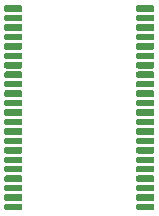
<source format=gbr>
G04 #@! TF.GenerationSoftware,KiCad,Pcbnew,(5.0.2-5)-5*
G04 #@! TF.CreationDate,2019-10-07T20:46:20+02:00*
G04 #@! TF.ProjectId,FPGAtom,46504741-746f-46d2-9e6b-696361645f70,1.3*
G04 #@! TF.SameCoordinates,Original*
G04 #@! TF.FileFunction,Paste,Bot*
G04 #@! TF.FilePolarity,Positive*
%FSLAX46Y46*%
G04 Gerber Fmt 4.6, Leading zero omitted, Abs format (unit mm)*
G04 Created by KiCad (PCBNEW (5.0.2-5)-5) date Monday, 07 October 2019 at 20:46:20*
%MOMM*%
%LPD*%
G01*
G04 APERTURE LIST*
%ADD10C,0.100000*%
%ADD11C,0.550000*%
G04 APERTURE END LIST*
D10*
G04 #@! TO.C,U1*
G36*
X188090977Y-147535662D02*
X188104325Y-147537642D01*
X188117414Y-147540921D01*
X188130119Y-147545467D01*
X188142317Y-147551236D01*
X188153891Y-147558173D01*
X188164729Y-147566211D01*
X188174727Y-147575273D01*
X188183789Y-147585271D01*
X188191827Y-147596109D01*
X188198764Y-147607683D01*
X188204533Y-147619881D01*
X188209079Y-147632586D01*
X188212358Y-147645675D01*
X188214338Y-147659023D01*
X188215000Y-147672500D01*
X188215000Y-147947500D01*
X188214338Y-147960977D01*
X188212358Y-147974325D01*
X188209079Y-147987414D01*
X188204533Y-148000119D01*
X188198764Y-148012317D01*
X188191827Y-148023891D01*
X188183789Y-148034729D01*
X188174727Y-148044727D01*
X188164729Y-148053789D01*
X188153891Y-148061827D01*
X188142317Y-148068764D01*
X188130119Y-148074533D01*
X188117414Y-148079079D01*
X188104325Y-148082358D01*
X188090977Y-148084338D01*
X188077500Y-148085000D01*
X186827500Y-148085000D01*
X186814023Y-148084338D01*
X186800675Y-148082358D01*
X186787586Y-148079079D01*
X186774881Y-148074533D01*
X186762683Y-148068764D01*
X186751109Y-148061827D01*
X186740271Y-148053789D01*
X186730273Y-148044727D01*
X186721211Y-148034729D01*
X186713173Y-148023891D01*
X186706236Y-148012317D01*
X186700467Y-148000119D01*
X186695921Y-147987414D01*
X186692642Y-147974325D01*
X186690662Y-147960977D01*
X186690000Y-147947500D01*
X186690000Y-147672500D01*
X186690662Y-147659023D01*
X186692642Y-147645675D01*
X186695921Y-147632586D01*
X186700467Y-147619881D01*
X186706236Y-147607683D01*
X186713173Y-147596109D01*
X186721211Y-147585271D01*
X186730273Y-147575273D01*
X186740271Y-147566211D01*
X186751109Y-147558173D01*
X186762683Y-147551236D01*
X186774881Y-147545467D01*
X186787586Y-147540921D01*
X186800675Y-147537642D01*
X186814023Y-147535662D01*
X186827500Y-147535000D01*
X188077500Y-147535000D01*
X188090977Y-147535662D01*
X188090977Y-147535662D01*
G37*
D11*
X187452500Y-147810000D03*
D10*
G36*
X188090977Y-148335662D02*
X188104325Y-148337642D01*
X188117414Y-148340921D01*
X188130119Y-148345467D01*
X188142317Y-148351236D01*
X188153891Y-148358173D01*
X188164729Y-148366211D01*
X188174727Y-148375273D01*
X188183789Y-148385271D01*
X188191827Y-148396109D01*
X188198764Y-148407683D01*
X188204533Y-148419881D01*
X188209079Y-148432586D01*
X188212358Y-148445675D01*
X188214338Y-148459023D01*
X188215000Y-148472500D01*
X188215000Y-148747500D01*
X188214338Y-148760977D01*
X188212358Y-148774325D01*
X188209079Y-148787414D01*
X188204533Y-148800119D01*
X188198764Y-148812317D01*
X188191827Y-148823891D01*
X188183789Y-148834729D01*
X188174727Y-148844727D01*
X188164729Y-148853789D01*
X188153891Y-148861827D01*
X188142317Y-148868764D01*
X188130119Y-148874533D01*
X188117414Y-148879079D01*
X188104325Y-148882358D01*
X188090977Y-148884338D01*
X188077500Y-148885000D01*
X186827500Y-148885000D01*
X186814023Y-148884338D01*
X186800675Y-148882358D01*
X186787586Y-148879079D01*
X186774881Y-148874533D01*
X186762683Y-148868764D01*
X186751109Y-148861827D01*
X186740271Y-148853789D01*
X186730273Y-148844727D01*
X186721211Y-148834729D01*
X186713173Y-148823891D01*
X186706236Y-148812317D01*
X186700467Y-148800119D01*
X186695921Y-148787414D01*
X186692642Y-148774325D01*
X186690662Y-148760977D01*
X186690000Y-148747500D01*
X186690000Y-148472500D01*
X186690662Y-148459023D01*
X186692642Y-148445675D01*
X186695921Y-148432586D01*
X186700467Y-148419881D01*
X186706236Y-148407683D01*
X186713173Y-148396109D01*
X186721211Y-148385271D01*
X186730273Y-148375273D01*
X186740271Y-148366211D01*
X186751109Y-148358173D01*
X186762683Y-148351236D01*
X186774881Y-148345467D01*
X186787586Y-148340921D01*
X186800675Y-148337642D01*
X186814023Y-148335662D01*
X186827500Y-148335000D01*
X188077500Y-148335000D01*
X188090977Y-148335662D01*
X188090977Y-148335662D01*
G37*
D11*
X187452500Y-148610000D03*
D10*
G36*
X188090977Y-149135662D02*
X188104325Y-149137642D01*
X188117414Y-149140921D01*
X188130119Y-149145467D01*
X188142317Y-149151236D01*
X188153891Y-149158173D01*
X188164729Y-149166211D01*
X188174727Y-149175273D01*
X188183789Y-149185271D01*
X188191827Y-149196109D01*
X188198764Y-149207683D01*
X188204533Y-149219881D01*
X188209079Y-149232586D01*
X188212358Y-149245675D01*
X188214338Y-149259023D01*
X188215000Y-149272500D01*
X188215000Y-149547500D01*
X188214338Y-149560977D01*
X188212358Y-149574325D01*
X188209079Y-149587414D01*
X188204533Y-149600119D01*
X188198764Y-149612317D01*
X188191827Y-149623891D01*
X188183789Y-149634729D01*
X188174727Y-149644727D01*
X188164729Y-149653789D01*
X188153891Y-149661827D01*
X188142317Y-149668764D01*
X188130119Y-149674533D01*
X188117414Y-149679079D01*
X188104325Y-149682358D01*
X188090977Y-149684338D01*
X188077500Y-149685000D01*
X186827500Y-149685000D01*
X186814023Y-149684338D01*
X186800675Y-149682358D01*
X186787586Y-149679079D01*
X186774881Y-149674533D01*
X186762683Y-149668764D01*
X186751109Y-149661827D01*
X186740271Y-149653789D01*
X186730273Y-149644727D01*
X186721211Y-149634729D01*
X186713173Y-149623891D01*
X186706236Y-149612317D01*
X186700467Y-149600119D01*
X186695921Y-149587414D01*
X186692642Y-149574325D01*
X186690662Y-149560977D01*
X186690000Y-149547500D01*
X186690000Y-149272500D01*
X186690662Y-149259023D01*
X186692642Y-149245675D01*
X186695921Y-149232586D01*
X186700467Y-149219881D01*
X186706236Y-149207683D01*
X186713173Y-149196109D01*
X186721211Y-149185271D01*
X186730273Y-149175273D01*
X186740271Y-149166211D01*
X186751109Y-149158173D01*
X186762683Y-149151236D01*
X186774881Y-149145467D01*
X186787586Y-149140921D01*
X186800675Y-149137642D01*
X186814023Y-149135662D01*
X186827500Y-149135000D01*
X188077500Y-149135000D01*
X188090977Y-149135662D01*
X188090977Y-149135662D01*
G37*
D11*
X187452500Y-149410000D03*
D10*
G36*
X188090977Y-149935662D02*
X188104325Y-149937642D01*
X188117414Y-149940921D01*
X188130119Y-149945467D01*
X188142317Y-149951236D01*
X188153891Y-149958173D01*
X188164729Y-149966211D01*
X188174727Y-149975273D01*
X188183789Y-149985271D01*
X188191827Y-149996109D01*
X188198764Y-150007683D01*
X188204533Y-150019881D01*
X188209079Y-150032586D01*
X188212358Y-150045675D01*
X188214338Y-150059023D01*
X188215000Y-150072500D01*
X188215000Y-150347500D01*
X188214338Y-150360977D01*
X188212358Y-150374325D01*
X188209079Y-150387414D01*
X188204533Y-150400119D01*
X188198764Y-150412317D01*
X188191827Y-150423891D01*
X188183789Y-150434729D01*
X188174727Y-150444727D01*
X188164729Y-150453789D01*
X188153891Y-150461827D01*
X188142317Y-150468764D01*
X188130119Y-150474533D01*
X188117414Y-150479079D01*
X188104325Y-150482358D01*
X188090977Y-150484338D01*
X188077500Y-150485000D01*
X186827500Y-150485000D01*
X186814023Y-150484338D01*
X186800675Y-150482358D01*
X186787586Y-150479079D01*
X186774881Y-150474533D01*
X186762683Y-150468764D01*
X186751109Y-150461827D01*
X186740271Y-150453789D01*
X186730273Y-150444727D01*
X186721211Y-150434729D01*
X186713173Y-150423891D01*
X186706236Y-150412317D01*
X186700467Y-150400119D01*
X186695921Y-150387414D01*
X186692642Y-150374325D01*
X186690662Y-150360977D01*
X186690000Y-150347500D01*
X186690000Y-150072500D01*
X186690662Y-150059023D01*
X186692642Y-150045675D01*
X186695921Y-150032586D01*
X186700467Y-150019881D01*
X186706236Y-150007683D01*
X186713173Y-149996109D01*
X186721211Y-149985271D01*
X186730273Y-149975273D01*
X186740271Y-149966211D01*
X186751109Y-149958173D01*
X186762683Y-149951236D01*
X186774881Y-149945467D01*
X186787586Y-149940921D01*
X186800675Y-149937642D01*
X186814023Y-149935662D01*
X186827500Y-149935000D01*
X188077500Y-149935000D01*
X188090977Y-149935662D01*
X188090977Y-149935662D01*
G37*
D11*
X187452500Y-150210000D03*
D10*
G36*
X188090977Y-150735662D02*
X188104325Y-150737642D01*
X188117414Y-150740921D01*
X188130119Y-150745467D01*
X188142317Y-150751236D01*
X188153891Y-150758173D01*
X188164729Y-150766211D01*
X188174727Y-150775273D01*
X188183789Y-150785271D01*
X188191827Y-150796109D01*
X188198764Y-150807683D01*
X188204533Y-150819881D01*
X188209079Y-150832586D01*
X188212358Y-150845675D01*
X188214338Y-150859023D01*
X188215000Y-150872500D01*
X188215000Y-151147500D01*
X188214338Y-151160977D01*
X188212358Y-151174325D01*
X188209079Y-151187414D01*
X188204533Y-151200119D01*
X188198764Y-151212317D01*
X188191827Y-151223891D01*
X188183789Y-151234729D01*
X188174727Y-151244727D01*
X188164729Y-151253789D01*
X188153891Y-151261827D01*
X188142317Y-151268764D01*
X188130119Y-151274533D01*
X188117414Y-151279079D01*
X188104325Y-151282358D01*
X188090977Y-151284338D01*
X188077500Y-151285000D01*
X186827500Y-151285000D01*
X186814023Y-151284338D01*
X186800675Y-151282358D01*
X186787586Y-151279079D01*
X186774881Y-151274533D01*
X186762683Y-151268764D01*
X186751109Y-151261827D01*
X186740271Y-151253789D01*
X186730273Y-151244727D01*
X186721211Y-151234729D01*
X186713173Y-151223891D01*
X186706236Y-151212317D01*
X186700467Y-151200119D01*
X186695921Y-151187414D01*
X186692642Y-151174325D01*
X186690662Y-151160977D01*
X186690000Y-151147500D01*
X186690000Y-150872500D01*
X186690662Y-150859023D01*
X186692642Y-150845675D01*
X186695921Y-150832586D01*
X186700467Y-150819881D01*
X186706236Y-150807683D01*
X186713173Y-150796109D01*
X186721211Y-150785271D01*
X186730273Y-150775273D01*
X186740271Y-150766211D01*
X186751109Y-150758173D01*
X186762683Y-150751236D01*
X186774881Y-150745467D01*
X186787586Y-150740921D01*
X186800675Y-150737642D01*
X186814023Y-150735662D01*
X186827500Y-150735000D01*
X188077500Y-150735000D01*
X188090977Y-150735662D01*
X188090977Y-150735662D01*
G37*
D11*
X187452500Y-151010000D03*
D10*
G36*
X188090977Y-151535662D02*
X188104325Y-151537642D01*
X188117414Y-151540921D01*
X188130119Y-151545467D01*
X188142317Y-151551236D01*
X188153891Y-151558173D01*
X188164729Y-151566211D01*
X188174727Y-151575273D01*
X188183789Y-151585271D01*
X188191827Y-151596109D01*
X188198764Y-151607683D01*
X188204533Y-151619881D01*
X188209079Y-151632586D01*
X188212358Y-151645675D01*
X188214338Y-151659023D01*
X188215000Y-151672500D01*
X188215000Y-151947500D01*
X188214338Y-151960977D01*
X188212358Y-151974325D01*
X188209079Y-151987414D01*
X188204533Y-152000119D01*
X188198764Y-152012317D01*
X188191827Y-152023891D01*
X188183789Y-152034729D01*
X188174727Y-152044727D01*
X188164729Y-152053789D01*
X188153891Y-152061827D01*
X188142317Y-152068764D01*
X188130119Y-152074533D01*
X188117414Y-152079079D01*
X188104325Y-152082358D01*
X188090977Y-152084338D01*
X188077500Y-152085000D01*
X186827500Y-152085000D01*
X186814023Y-152084338D01*
X186800675Y-152082358D01*
X186787586Y-152079079D01*
X186774881Y-152074533D01*
X186762683Y-152068764D01*
X186751109Y-152061827D01*
X186740271Y-152053789D01*
X186730273Y-152044727D01*
X186721211Y-152034729D01*
X186713173Y-152023891D01*
X186706236Y-152012317D01*
X186700467Y-152000119D01*
X186695921Y-151987414D01*
X186692642Y-151974325D01*
X186690662Y-151960977D01*
X186690000Y-151947500D01*
X186690000Y-151672500D01*
X186690662Y-151659023D01*
X186692642Y-151645675D01*
X186695921Y-151632586D01*
X186700467Y-151619881D01*
X186706236Y-151607683D01*
X186713173Y-151596109D01*
X186721211Y-151585271D01*
X186730273Y-151575273D01*
X186740271Y-151566211D01*
X186751109Y-151558173D01*
X186762683Y-151551236D01*
X186774881Y-151545467D01*
X186787586Y-151540921D01*
X186800675Y-151537642D01*
X186814023Y-151535662D01*
X186827500Y-151535000D01*
X188077500Y-151535000D01*
X188090977Y-151535662D01*
X188090977Y-151535662D01*
G37*
D11*
X187452500Y-151810000D03*
D10*
G36*
X188090977Y-152335662D02*
X188104325Y-152337642D01*
X188117414Y-152340921D01*
X188130119Y-152345467D01*
X188142317Y-152351236D01*
X188153891Y-152358173D01*
X188164729Y-152366211D01*
X188174727Y-152375273D01*
X188183789Y-152385271D01*
X188191827Y-152396109D01*
X188198764Y-152407683D01*
X188204533Y-152419881D01*
X188209079Y-152432586D01*
X188212358Y-152445675D01*
X188214338Y-152459023D01*
X188215000Y-152472500D01*
X188215000Y-152747500D01*
X188214338Y-152760977D01*
X188212358Y-152774325D01*
X188209079Y-152787414D01*
X188204533Y-152800119D01*
X188198764Y-152812317D01*
X188191827Y-152823891D01*
X188183789Y-152834729D01*
X188174727Y-152844727D01*
X188164729Y-152853789D01*
X188153891Y-152861827D01*
X188142317Y-152868764D01*
X188130119Y-152874533D01*
X188117414Y-152879079D01*
X188104325Y-152882358D01*
X188090977Y-152884338D01*
X188077500Y-152885000D01*
X186827500Y-152885000D01*
X186814023Y-152884338D01*
X186800675Y-152882358D01*
X186787586Y-152879079D01*
X186774881Y-152874533D01*
X186762683Y-152868764D01*
X186751109Y-152861827D01*
X186740271Y-152853789D01*
X186730273Y-152844727D01*
X186721211Y-152834729D01*
X186713173Y-152823891D01*
X186706236Y-152812317D01*
X186700467Y-152800119D01*
X186695921Y-152787414D01*
X186692642Y-152774325D01*
X186690662Y-152760977D01*
X186690000Y-152747500D01*
X186690000Y-152472500D01*
X186690662Y-152459023D01*
X186692642Y-152445675D01*
X186695921Y-152432586D01*
X186700467Y-152419881D01*
X186706236Y-152407683D01*
X186713173Y-152396109D01*
X186721211Y-152385271D01*
X186730273Y-152375273D01*
X186740271Y-152366211D01*
X186751109Y-152358173D01*
X186762683Y-152351236D01*
X186774881Y-152345467D01*
X186787586Y-152340921D01*
X186800675Y-152337642D01*
X186814023Y-152335662D01*
X186827500Y-152335000D01*
X188077500Y-152335000D01*
X188090977Y-152335662D01*
X188090977Y-152335662D01*
G37*
D11*
X187452500Y-152610000D03*
D10*
G36*
X188090977Y-153135662D02*
X188104325Y-153137642D01*
X188117414Y-153140921D01*
X188130119Y-153145467D01*
X188142317Y-153151236D01*
X188153891Y-153158173D01*
X188164729Y-153166211D01*
X188174727Y-153175273D01*
X188183789Y-153185271D01*
X188191827Y-153196109D01*
X188198764Y-153207683D01*
X188204533Y-153219881D01*
X188209079Y-153232586D01*
X188212358Y-153245675D01*
X188214338Y-153259023D01*
X188215000Y-153272500D01*
X188215000Y-153547500D01*
X188214338Y-153560977D01*
X188212358Y-153574325D01*
X188209079Y-153587414D01*
X188204533Y-153600119D01*
X188198764Y-153612317D01*
X188191827Y-153623891D01*
X188183789Y-153634729D01*
X188174727Y-153644727D01*
X188164729Y-153653789D01*
X188153891Y-153661827D01*
X188142317Y-153668764D01*
X188130119Y-153674533D01*
X188117414Y-153679079D01*
X188104325Y-153682358D01*
X188090977Y-153684338D01*
X188077500Y-153685000D01*
X186827500Y-153685000D01*
X186814023Y-153684338D01*
X186800675Y-153682358D01*
X186787586Y-153679079D01*
X186774881Y-153674533D01*
X186762683Y-153668764D01*
X186751109Y-153661827D01*
X186740271Y-153653789D01*
X186730273Y-153644727D01*
X186721211Y-153634729D01*
X186713173Y-153623891D01*
X186706236Y-153612317D01*
X186700467Y-153600119D01*
X186695921Y-153587414D01*
X186692642Y-153574325D01*
X186690662Y-153560977D01*
X186690000Y-153547500D01*
X186690000Y-153272500D01*
X186690662Y-153259023D01*
X186692642Y-153245675D01*
X186695921Y-153232586D01*
X186700467Y-153219881D01*
X186706236Y-153207683D01*
X186713173Y-153196109D01*
X186721211Y-153185271D01*
X186730273Y-153175273D01*
X186740271Y-153166211D01*
X186751109Y-153158173D01*
X186762683Y-153151236D01*
X186774881Y-153145467D01*
X186787586Y-153140921D01*
X186800675Y-153137642D01*
X186814023Y-153135662D01*
X186827500Y-153135000D01*
X188077500Y-153135000D01*
X188090977Y-153135662D01*
X188090977Y-153135662D01*
G37*
D11*
X187452500Y-153410000D03*
D10*
G36*
X188090977Y-153935662D02*
X188104325Y-153937642D01*
X188117414Y-153940921D01*
X188130119Y-153945467D01*
X188142317Y-153951236D01*
X188153891Y-153958173D01*
X188164729Y-153966211D01*
X188174727Y-153975273D01*
X188183789Y-153985271D01*
X188191827Y-153996109D01*
X188198764Y-154007683D01*
X188204533Y-154019881D01*
X188209079Y-154032586D01*
X188212358Y-154045675D01*
X188214338Y-154059023D01*
X188215000Y-154072500D01*
X188215000Y-154347500D01*
X188214338Y-154360977D01*
X188212358Y-154374325D01*
X188209079Y-154387414D01*
X188204533Y-154400119D01*
X188198764Y-154412317D01*
X188191827Y-154423891D01*
X188183789Y-154434729D01*
X188174727Y-154444727D01*
X188164729Y-154453789D01*
X188153891Y-154461827D01*
X188142317Y-154468764D01*
X188130119Y-154474533D01*
X188117414Y-154479079D01*
X188104325Y-154482358D01*
X188090977Y-154484338D01*
X188077500Y-154485000D01*
X186827500Y-154485000D01*
X186814023Y-154484338D01*
X186800675Y-154482358D01*
X186787586Y-154479079D01*
X186774881Y-154474533D01*
X186762683Y-154468764D01*
X186751109Y-154461827D01*
X186740271Y-154453789D01*
X186730273Y-154444727D01*
X186721211Y-154434729D01*
X186713173Y-154423891D01*
X186706236Y-154412317D01*
X186700467Y-154400119D01*
X186695921Y-154387414D01*
X186692642Y-154374325D01*
X186690662Y-154360977D01*
X186690000Y-154347500D01*
X186690000Y-154072500D01*
X186690662Y-154059023D01*
X186692642Y-154045675D01*
X186695921Y-154032586D01*
X186700467Y-154019881D01*
X186706236Y-154007683D01*
X186713173Y-153996109D01*
X186721211Y-153985271D01*
X186730273Y-153975273D01*
X186740271Y-153966211D01*
X186751109Y-153958173D01*
X186762683Y-153951236D01*
X186774881Y-153945467D01*
X186787586Y-153940921D01*
X186800675Y-153937642D01*
X186814023Y-153935662D01*
X186827500Y-153935000D01*
X188077500Y-153935000D01*
X188090977Y-153935662D01*
X188090977Y-153935662D01*
G37*
D11*
X187452500Y-154210000D03*
D10*
G36*
X188090977Y-154735662D02*
X188104325Y-154737642D01*
X188117414Y-154740921D01*
X188130119Y-154745467D01*
X188142317Y-154751236D01*
X188153891Y-154758173D01*
X188164729Y-154766211D01*
X188174727Y-154775273D01*
X188183789Y-154785271D01*
X188191827Y-154796109D01*
X188198764Y-154807683D01*
X188204533Y-154819881D01*
X188209079Y-154832586D01*
X188212358Y-154845675D01*
X188214338Y-154859023D01*
X188215000Y-154872500D01*
X188215000Y-155147500D01*
X188214338Y-155160977D01*
X188212358Y-155174325D01*
X188209079Y-155187414D01*
X188204533Y-155200119D01*
X188198764Y-155212317D01*
X188191827Y-155223891D01*
X188183789Y-155234729D01*
X188174727Y-155244727D01*
X188164729Y-155253789D01*
X188153891Y-155261827D01*
X188142317Y-155268764D01*
X188130119Y-155274533D01*
X188117414Y-155279079D01*
X188104325Y-155282358D01*
X188090977Y-155284338D01*
X188077500Y-155285000D01*
X186827500Y-155285000D01*
X186814023Y-155284338D01*
X186800675Y-155282358D01*
X186787586Y-155279079D01*
X186774881Y-155274533D01*
X186762683Y-155268764D01*
X186751109Y-155261827D01*
X186740271Y-155253789D01*
X186730273Y-155244727D01*
X186721211Y-155234729D01*
X186713173Y-155223891D01*
X186706236Y-155212317D01*
X186700467Y-155200119D01*
X186695921Y-155187414D01*
X186692642Y-155174325D01*
X186690662Y-155160977D01*
X186690000Y-155147500D01*
X186690000Y-154872500D01*
X186690662Y-154859023D01*
X186692642Y-154845675D01*
X186695921Y-154832586D01*
X186700467Y-154819881D01*
X186706236Y-154807683D01*
X186713173Y-154796109D01*
X186721211Y-154785271D01*
X186730273Y-154775273D01*
X186740271Y-154766211D01*
X186751109Y-154758173D01*
X186762683Y-154751236D01*
X186774881Y-154745467D01*
X186787586Y-154740921D01*
X186800675Y-154737642D01*
X186814023Y-154735662D01*
X186827500Y-154735000D01*
X188077500Y-154735000D01*
X188090977Y-154735662D01*
X188090977Y-154735662D01*
G37*
D11*
X187452500Y-155010000D03*
D10*
G36*
X188090977Y-155535662D02*
X188104325Y-155537642D01*
X188117414Y-155540921D01*
X188130119Y-155545467D01*
X188142317Y-155551236D01*
X188153891Y-155558173D01*
X188164729Y-155566211D01*
X188174727Y-155575273D01*
X188183789Y-155585271D01*
X188191827Y-155596109D01*
X188198764Y-155607683D01*
X188204533Y-155619881D01*
X188209079Y-155632586D01*
X188212358Y-155645675D01*
X188214338Y-155659023D01*
X188215000Y-155672500D01*
X188215000Y-155947500D01*
X188214338Y-155960977D01*
X188212358Y-155974325D01*
X188209079Y-155987414D01*
X188204533Y-156000119D01*
X188198764Y-156012317D01*
X188191827Y-156023891D01*
X188183789Y-156034729D01*
X188174727Y-156044727D01*
X188164729Y-156053789D01*
X188153891Y-156061827D01*
X188142317Y-156068764D01*
X188130119Y-156074533D01*
X188117414Y-156079079D01*
X188104325Y-156082358D01*
X188090977Y-156084338D01*
X188077500Y-156085000D01*
X186827500Y-156085000D01*
X186814023Y-156084338D01*
X186800675Y-156082358D01*
X186787586Y-156079079D01*
X186774881Y-156074533D01*
X186762683Y-156068764D01*
X186751109Y-156061827D01*
X186740271Y-156053789D01*
X186730273Y-156044727D01*
X186721211Y-156034729D01*
X186713173Y-156023891D01*
X186706236Y-156012317D01*
X186700467Y-156000119D01*
X186695921Y-155987414D01*
X186692642Y-155974325D01*
X186690662Y-155960977D01*
X186690000Y-155947500D01*
X186690000Y-155672500D01*
X186690662Y-155659023D01*
X186692642Y-155645675D01*
X186695921Y-155632586D01*
X186700467Y-155619881D01*
X186706236Y-155607683D01*
X186713173Y-155596109D01*
X186721211Y-155585271D01*
X186730273Y-155575273D01*
X186740271Y-155566211D01*
X186751109Y-155558173D01*
X186762683Y-155551236D01*
X186774881Y-155545467D01*
X186787586Y-155540921D01*
X186800675Y-155537642D01*
X186814023Y-155535662D01*
X186827500Y-155535000D01*
X188077500Y-155535000D01*
X188090977Y-155535662D01*
X188090977Y-155535662D01*
G37*
D11*
X187452500Y-155810000D03*
D10*
G36*
X188090977Y-156335662D02*
X188104325Y-156337642D01*
X188117414Y-156340921D01*
X188130119Y-156345467D01*
X188142317Y-156351236D01*
X188153891Y-156358173D01*
X188164729Y-156366211D01*
X188174727Y-156375273D01*
X188183789Y-156385271D01*
X188191827Y-156396109D01*
X188198764Y-156407683D01*
X188204533Y-156419881D01*
X188209079Y-156432586D01*
X188212358Y-156445675D01*
X188214338Y-156459023D01*
X188215000Y-156472500D01*
X188215000Y-156747500D01*
X188214338Y-156760977D01*
X188212358Y-156774325D01*
X188209079Y-156787414D01*
X188204533Y-156800119D01*
X188198764Y-156812317D01*
X188191827Y-156823891D01*
X188183789Y-156834729D01*
X188174727Y-156844727D01*
X188164729Y-156853789D01*
X188153891Y-156861827D01*
X188142317Y-156868764D01*
X188130119Y-156874533D01*
X188117414Y-156879079D01*
X188104325Y-156882358D01*
X188090977Y-156884338D01*
X188077500Y-156885000D01*
X186827500Y-156885000D01*
X186814023Y-156884338D01*
X186800675Y-156882358D01*
X186787586Y-156879079D01*
X186774881Y-156874533D01*
X186762683Y-156868764D01*
X186751109Y-156861827D01*
X186740271Y-156853789D01*
X186730273Y-156844727D01*
X186721211Y-156834729D01*
X186713173Y-156823891D01*
X186706236Y-156812317D01*
X186700467Y-156800119D01*
X186695921Y-156787414D01*
X186692642Y-156774325D01*
X186690662Y-156760977D01*
X186690000Y-156747500D01*
X186690000Y-156472500D01*
X186690662Y-156459023D01*
X186692642Y-156445675D01*
X186695921Y-156432586D01*
X186700467Y-156419881D01*
X186706236Y-156407683D01*
X186713173Y-156396109D01*
X186721211Y-156385271D01*
X186730273Y-156375273D01*
X186740271Y-156366211D01*
X186751109Y-156358173D01*
X186762683Y-156351236D01*
X186774881Y-156345467D01*
X186787586Y-156340921D01*
X186800675Y-156337642D01*
X186814023Y-156335662D01*
X186827500Y-156335000D01*
X188077500Y-156335000D01*
X188090977Y-156335662D01*
X188090977Y-156335662D01*
G37*
D11*
X187452500Y-156610000D03*
D10*
G36*
X188090977Y-157135662D02*
X188104325Y-157137642D01*
X188117414Y-157140921D01*
X188130119Y-157145467D01*
X188142317Y-157151236D01*
X188153891Y-157158173D01*
X188164729Y-157166211D01*
X188174727Y-157175273D01*
X188183789Y-157185271D01*
X188191827Y-157196109D01*
X188198764Y-157207683D01*
X188204533Y-157219881D01*
X188209079Y-157232586D01*
X188212358Y-157245675D01*
X188214338Y-157259023D01*
X188215000Y-157272500D01*
X188215000Y-157547500D01*
X188214338Y-157560977D01*
X188212358Y-157574325D01*
X188209079Y-157587414D01*
X188204533Y-157600119D01*
X188198764Y-157612317D01*
X188191827Y-157623891D01*
X188183789Y-157634729D01*
X188174727Y-157644727D01*
X188164729Y-157653789D01*
X188153891Y-157661827D01*
X188142317Y-157668764D01*
X188130119Y-157674533D01*
X188117414Y-157679079D01*
X188104325Y-157682358D01*
X188090977Y-157684338D01*
X188077500Y-157685000D01*
X186827500Y-157685000D01*
X186814023Y-157684338D01*
X186800675Y-157682358D01*
X186787586Y-157679079D01*
X186774881Y-157674533D01*
X186762683Y-157668764D01*
X186751109Y-157661827D01*
X186740271Y-157653789D01*
X186730273Y-157644727D01*
X186721211Y-157634729D01*
X186713173Y-157623891D01*
X186706236Y-157612317D01*
X186700467Y-157600119D01*
X186695921Y-157587414D01*
X186692642Y-157574325D01*
X186690662Y-157560977D01*
X186690000Y-157547500D01*
X186690000Y-157272500D01*
X186690662Y-157259023D01*
X186692642Y-157245675D01*
X186695921Y-157232586D01*
X186700467Y-157219881D01*
X186706236Y-157207683D01*
X186713173Y-157196109D01*
X186721211Y-157185271D01*
X186730273Y-157175273D01*
X186740271Y-157166211D01*
X186751109Y-157158173D01*
X186762683Y-157151236D01*
X186774881Y-157145467D01*
X186787586Y-157140921D01*
X186800675Y-157137642D01*
X186814023Y-157135662D01*
X186827500Y-157135000D01*
X188077500Y-157135000D01*
X188090977Y-157135662D01*
X188090977Y-157135662D01*
G37*
D11*
X187452500Y-157410000D03*
D10*
G36*
X188090977Y-157935662D02*
X188104325Y-157937642D01*
X188117414Y-157940921D01*
X188130119Y-157945467D01*
X188142317Y-157951236D01*
X188153891Y-157958173D01*
X188164729Y-157966211D01*
X188174727Y-157975273D01*
X188183789Y-157985271D01*
X188191827Y-157996109D01*
X188198764Y-158007683D01*
X188204533Y-158019881D01*
X188209079Y-158032586D01*
X188212358Y-158045675D01*
X188214338Y-158059023D01*
X188215000Y-158072500D01*
X188215000Y-158347500D01*
X188214338Y-158360977D01*
X188212358Y-158374325D01*
X188209079Y-158387414D01*
X188204533Y-158400119D01*
X188198764Y-158412317D01*
X188191827Y-158423891D01*
X188183789Y-158434729D01*
X188174727Y-158444727D01*
X188164729Y-158453789D01*
X188153891Y-158461827D01*
X188142317Y-158468764D01*
X188130119Y-158474533D01*
X188117414Y-158479079D01*
X188104325Y-158482358D01*
X188090977Y-158484338D01*
X188077500Y-158485000D01*
X186827500Y-158485000D01*
X186814023Y-158484338D01*
X186800675Y-158482358D01*
X186787586Y-158479079D01*
X186774881Y-158474533D01*
X186762683Y-158468764D01*
X186751109Y-158461827D01*
X186740271Y-158453789D01*
X186730273Y-158444727D01*
X186721211Y-158434729D01*
X186713173Y-158423891D01*
X186706236Y-158412317D01*
X186700467Y-158400119D01*
X186695921Y-158387414D01*
X186692642Y-158374325D01*
X186690662Y-158360977D01*
X186690000Y-158347500D01*
X186690000Y-158072500D01*
X186690662Y-158059023D01*
X186692642Y-158045675D01*
X186695921Y-158032586D01*
X186700467Y-158019881D01*
X186706236Y-158007683D01*
X186713173Y-157996109D01*
X186721211Y-157985271D01*
X186730273Y-157975273D01*
X186740271Y-157966211D01*
X186751109Y-157958173D01*
X186762683Y-157951236D01*
X186774881Y-157945467D01*
X186787586Y-157940921D01*
X186800675Y-157937642D01*
X186814023Y-157935662D01*
X186827500Y-157935000D01*
X188077500Y-157935000D01*
X188090977Y-157935662D01*
X188090977Y-157935662D01*
G37*
D11*
X187452500Y-158210000D03*
D10*
G36*
X188090977Y-158735662D02*
X188104325Y-158737642D01*
X188117414Y-158740921D01*
X188130119Y-158745467D01*
X188142317Y-158751236D01*
X188153891Y-158758173D01*
X188164729Y-158766211D01*
X188174727Y-158775273D01*
X188183789Y-158785271D01*
X188191827Y-158796109D01*
X188198764Y-158807683D01*
X188204533Y-158819881D01*
X188209079Y-158832586D01*
X188212358Y-158845675D01*
X188214338Y-158859023D01*
X188215000Y-158872500D01*
X188215000Y-159147500D01*
X188214338Y-159160977D01*
X188212358Y-159174325D01*
X188209079Y-159187414D01*
X188204533Y-159200119D01*
X188198764Y-159212317D01*
X188191827Y-159223891D01*
X188183789Y-159234729D01*
X188174727Y-159244727D01*
X188164729Y-159253789D01*
X188153891Y-159261827D01*
X188142317Y-159268764D01*
X188130119Y-159274533D01*
X188117414Y-159279079D01*
X188104325Y-159282358D01*
X188090977Y-159284338D01*
X188077500Y-159285000D01*
X186827500Y-159285000D01*
X186814023Y-159284338D01*
X186800675Y-159282358D01*
X186787586Y-159279079D01*
X186774881Y-159274533D01*
X186762683Y-159268764D01*
X186751109Y-159261827D01*
X186740271Y-159253789D01*
X186730273Y-159244727D01*
X186721211Y-159234729D01*
X186713173Y-159223891D01*
X186706236Y-159212317D01*
X186700467Y-159200119D01*
X186695921Y-159187414D01*
X186692642Y-159174325D01*
X186690662Y-159160977D01*
X186690000Y-159147500D01*
X186690000Y-158872500D01*
X186690662Y-158859023D01*
X186692642Y-158845675D01*
X186695921Y-158832586D01*
X186700467Y-158819881D01*
X186706236Y-158807683D01*
X186713173Y-158796109D01*
X186721211Y-158785271D01*
X186730273Y-158775273D01*
X186740271Y-158766211D01*
X186751109Y-158758173D01*
X186762683Y-158751236D01*
X186774881Y-158745467D01*
X186787586Y-158740921D01*
X186800675Y-158737642D01*
X186814023Y-158735662D01*
X186827500Y-158735000D01*
X188077500Y-158735000D01*
X188090977Y-158735662D01*
X188090977Y-158735662D01*
G37*
D11*
X187452500Y-159010000D03*
D10*
G36*
X188090977Y-159535662D02*
X188104325Y-159537642D01*
X188117414Y-159540921D01*
X188130119Y-159545467D01*
X188142317Y-159551236D01*
X188153891Y-159558173D01*
X188164729Y-159566211D01*
X188174727Y-159575273D01*
X188183789Y-159585271D01*
X188191827Y-159596109D01*
X188198764Y-159607683D01*
X188204533Y-159619881D01*
X188209079Y-159632586D01*
X188212358Y-159645675D01*
X188214338Y-159659023D01*
X188215000Y-159672500D01*
X188215000Y-159947500D01*
X188214338Y-159960977D01*
X188212358Y-159974325D01*
X188209079Y-159987414D01*
X188204533Y-160000119D01*
X188198764Y-160012317D01*
X188191827Y-160023891D01*
X188183789Y-160034729D01*
X188174727Y-160044727D01*
X188164729Y-160053789D01*
X188153891Y-160061827D01*
X188142317Y-160068764D01*
X188130119Y-160074533D01*
X188117414Y-160079079D01*
X188104325Y-160082358D01*
X188090977Y-160084338D01*
X188077500Y-160085000D01*
X186827500Y-160085000D01*
X186814023Y-160084338D01*
X186800675Y-160082358D01*
X186787586Y-160079079D01*
X186774881Y-160074533D01*
X186762683Y-160068764D01*
X186751109Y-160061827D01*
X186740271Y-160053789D01*
X186730273Y-160044727D01*
X186721211Y-160034729D01*
X186713173Y-160023891D01*
X186706236Y-160012317D01*
X186700467Y-160000119D01*
X186695921Y-159987414D01*
X186692642Y-159974325D01*
X186690662Y-159960977D01*
X186690000Y-159947500D01*
X186690000Y-159672500D01*
X186690662Y-159659023D01*
X186692642Y-159645675D01*
X186695921Y-159632586D01*
X186700467Y-159619881D01*
X186706236Y-159607683D01*
X186713173Y-159596109D01*
X186721211Y-159585271D01*
X186730273Y-159575273D01*
X186740271Y-159566211D01*
X186751109Y-159558173D01*
X186762683Y-159551236D01*
X186774881Y-159545467D01*
X186787586Y-159540921D01*
X186800675Y-159537642D01*
X186814023Y-159535662D01*
X186827500Y-159535000D01*
X188077500Y-159535000D01*
X188090977Y-159535662D01*
X188090977Y-159535662D01*
G37*
D11*
X187452500Y-159810000D03*
D10*
G36*
X188090977Y-160335662D02*
X188104325Y-160337642D01*
X188117414Y-160340921D01*
X188130119Y-160345467D01*
X188142317Y-160351236D01*
X188153891Y-160358173D01*
X188164729Y-160366211D01*
X188174727Y-160375273D01*
X188183789Y-160385271D01*
X188191827Y-160396109D01*
X188198764Y-160407683D01*
X188204533Y-160419881D01*
X188209079Y-160432586D01*
X188212358Y-160445675D01*
X188214338Y-160459023D01*
X188215000Y-160472500D01*
X188215000Y-160747500D01*
X188214338Y-160760977D01*
X188212358Y-160774325D01*
X188209079Y-160787414D01*
X188204533Y-160800119D01*
X188198764Y-160812317D01*
X188191827Y-160823891D01*
X188183789Y-160834729D01*
X188174727Y-160844727D01*
X188164729Y-160853789D01*
X188153891Y-160861827D01*
X188142317Y-160868764D01*
X188130119Y-160874533D01*
X188117414Y-160879079D01*
X188104325Y-160882358D01*
X188090977Y-160884338D01*
X188077500Y-160885000D01*
X186827500Y-160885000D01*
X186814023Y-160884338D01*
X186800675Y-160882358D01*
X186787586Y-160879079D01*
X186774881Y-160874533D01*
X186762683Y-160868764D01*
X186751109Y-160861827D01*
X186740271Y-160853789D01*
X186730273Y-160844727D01*
X186721211Y-160834729D01*
X186713173Y-160823891D01*
X186706236Y-160812317D01*
X186700467Y-160800119D01*
X186695921Y-160787414D01*
X186692642Y-160774325D01*
X186690662Y-160760977D01*
X186690000Y-160747500D01*
X186690000Y-160472500D01*
X186690662Y-160459023D01*
X186692642Y-160445675D01*
X186695921Y-160432586D01*
X186700467Y-160419881D01*
X186706236Y-160407683D01*
X186713173Y-160396109D01*
X186721211Y-160385271D01*
X186730273Y-160375273D01*
X186740271Y-160366211D01*
X186751109Y-160358173D01*
X186762683Y-160351236D01*
X186774881Y-160345467D01*
X186787586Y-160340921D01*
X186800675Y-160337642D01*
X186814023Y-160335662D01*
X186827500Y-160335000D01*
X188077500Y-160335000D01*
X188090977Y-160335662D01*
X188090977Y-160335662D01*
G37*
D11*
X187452500Y-160610000D03*
D10*
G36*
X188090977Y-161135662D02*
X188104325Y-161137642D01*
X188117414Y-161140921D01*
X188130119Y-161145467D01*
X188142317Y-161151236D01*
X188153891Y-161158173D01*
X188164729Y-161166211D01*
X188174727Y-161175273D01*
X188183789Y-161185271D01*
X188191827Y-161196109D01*
X188198764Y-161207683D01*
X188204533Y-161219881D01*
X188209079Y-161232586D01*
X188212358Y-161245675D01*
X188214338Y-161259023D01*
X188215000Y-161272500D01*
X188215000Y-161547500D01*
X188214338Y-161560977D01*
X188212358Y-161574325D01*
X188209079Y-161587414D01*
X188204533Y-161600119D01*
X188198764Y-161612317D01*
X188191827Y-161623891D01*
X188183789Y-161634729D01*
X188174727Y-161644727D01*
X188164729Y-161653789D01*
X188153891Y-161661827D01*
X188142317Y-161668764D01*
X188130119Y-161674533D01*
X188117414Y-161679079D01*
X188104325Y-161682358D01*
X188090977Y-161684338D01*
X188077500Y-161685000D01*
X186827500Y-161685000D01*
X186814023Y-161684338D01*
X186800675Y-161682358D01*
X186787586Y-161679079D01*
X186774881Y-161674533D01*
X186762683Y-161668764D01*
X186751109Y-161661827D01*
X186740271Y-161653789D01*
X186730273Y-161644727D01*
X186721211Y-161634729D01*
X186713173Y-161623891D01*
X186706236Y-161612317D01*
X186700467Y-161600119D01*
X186695921Y-161587414D01*
X186692642Y-161574325D01*
X186690662Y-161560977D01*
X186690000Y-161547500D01*
X186690000Y-161272500D01*
X186690662Y-161259023D01*
X186692642Y-161245675D01*
X186695921Y-161232586D01*
X186700467Y-161219881D01*
X186706236Y-161207683D01*
X186713173Y-161196109D01*
X186721211Y-161185271D01*
X186730273Y-161175273D01*
X186740271Y-161166211D01*
X186751109Y-161158173D01*
X186762683Y-161151236D01*
X186774881Y-161145467D01*
X186787586Y-161140921D01*
X186800675Y-161137642D01*
X186814023Y-161135662D01*
X186827500Y-161135000D01*
X188077500Y-161135000D01*
X188090977Y-161135662D01*
X188090977Y-161135662D01*
G37*
D11*
X187452500Y-161410000D03*
D10*
G36*
X188090977Y-161935662D02*
X188104325Y-161937642D01*
X188117414Y-161940921D01*
X188130119Y-161945467D01*
X188142317Y-161951236D01*
X188153891Y-161958173D01*
X188164729Y-161966211D01*
X188174727Y-161975273D01*
X188183789Y-161985271D01*
X188191827Y-161996109D01*
X188198764Y-162007683D01*
X188204533Y-162019881D01*
X188209079Y-162032586D01*
X188212358Y-162045675D01*
X188214338Y-162059023D01*
X188215000Y-162072500D01*
X188215000Y-162347500D01*
X188214338Y-162360977D01*
X188212358Y-162374325D01*
X188209079Y-162387414D01*
X188204533Y-162400119D01*
X188198764Y-162412317D01*
X188191827Y-162423891D01*
X188183789Y-162434729D01*
X188174727Y-162444727D01*
X188164729Y-162453789D01*
X188153891Y-162461827D01*
X188142317Y-162468764D01*
X188130119Y-162474533D01*
X188117414Y-162479079D01*
X188104325Y-162482358D01*
X188090977Y-162484338D01*
X188077500Y-162485000D01*
X186827500Y-162485000D01*
X186814023Y-162484338D01*
X186800675Y-162482358D01*
X186787586Y-162479079D01*
X186774881Y-162474533D01*
X186762683Y-162468764D01*
X186751109Y-162461827D01*
X186740271Y-162453789D01*
X186730273Y-162444727D01*
X186721211Y-162434729D01*
X186713173Y-162423891D01*
X186706236Y-162412317D01*
X186700467Y-162400119D01*
X186695921Y-162387414D01*
X186692642Y-162374325D01*
X186690662Y-162360977D01*
X186690000Y-162347500D01*
X186690000Y-162072500D01*
X186690662Y-162059023D01*
X186692642Y-162045675D01*
X186695921Y-162032586D01*
X186700467Y-162019881D01*
X186706236Y-162007683D01*
X186713173Y-161996109D01*
X186721211Y-161985271D01*
X186730273Y-161975273D01*
X186740271Y-161966211D01*
X186751109Y-161958173D01*
X186762683Y-161951236D01*
X186774881Y-161945467D01*
X186787586Y-161940921D01*
X186800675Y-161937642D01*
X186814023Y-161935662D01*
X186827500Y-161935000D01*
X188077500Y-161935000D01*
X188090977Y-161935662D01*
X188090977Y-161935662D01*
G37*
D11*
X187452500Y-162210000D03*
D10*
G36*
X188090977Y-162735662D02*
X188104325Y-162737642D01*
X188117414Y-162740921D01*
X188130119Y-162745467D01*
X188142317Y-162751236D01*
X188153891Y-162758173D01*
X188164729Y-162766211D01*
X188174727Y-162775273D01*
X188183789Y-162785271D01*
X188191827Y-162796109D01*
X188198764Y-162807683D01*
X188204533Y-162819881D01*
X188209079Y-162832586D01*
X188212358Y-162845675D01*
X188214338Y-162859023D01*
X188215000Y-162872500D01*
X188215000Y-163147500D01*
X188214338Y-163160977D01*
X188212358Y-163174325D01*
X188209079Y-163187414D01*
X188204533Y-163200119D01*
X188198764Y-163212317D01*
X188191827Y-163223891D01*
X188183789Y-163234729D01*
X188174727Y-163244727D01*
X188164729Y-163253789D01*
X188153891Y-163261827D01*
X188142317Y-163268764D01*
X188130119Y-163274533D01*
X188117414Y-163279079D01*
X188104325Y-163282358D01*
X188090977Y-163284338D01*
X188077500Y-163285000D01*
X186827500Y-163285000D01*
X186814023Y-163284338D01*
X186800675Y-163282358D01*
X186787586Y-163279079D01*
X186774881Y-163274533D01*
X186762683Y-163268764D01*
X186751109Y-163261827D01*
X186740271Y-163253789D01*
X186730273Y-163244727D01*
X186721211Y-163234729D01*
X186713173Y-163223891D01*
X186706236Y-163212317D01*
X186700467Y-163200119D01*
X186695921Y-163187414D01*
X186692642Y-163174325D01*
X186690662Y-163160977D01*
X186690000Y-163147500D01*
X186690000Y-162872500D01*
X186690662Y-162859023D01*
X186692642Y-162845675D01*
X186695921Y-162832586D01*
X186700467Y-162819881D01*
X186706236Y-162807683D01*
X186713173Y-162796109D01*
X186721211Y-162785271D01*
X186730273Y-162775273D01*
X186740271Y-162766211D01*
X186751109Y-162758173D01*
X186762683Y-162751236D01*
X186774881Y-162745467D01*
X186787586Y-162740921D01*
X186800675Y-162737642D01*
X186814023Y-162735662D01*
X186827500Y-162735000D01*
X188077500Y-162735000D01*
X188090977Y-162735662D01*
X188090977Y-162735662D01*
G37*
D11*
X187452500Y-163010000D03*
D10*
G36*
X188090977Y-163535662D02*
X188104325Y-163537642D01*
X188117414Y-163540921D01*
X188130119Y-163545467D01*
X188142317Y-163551236D01*
X188153891Y-163558173D01*
X188164729Y-163566211D01*
X188174727Y-163575273D01*
X188183789Y-163585271D01*
X188191827Y-163596109D01*
X188198764Y-163607683D01*
X188204533Y-163619881D01*
X188209079Y-163632586D01*
X188212358Y-163645675D01*
X188214338Y-163659023D01*
X188215000Y-163672500D01*
X188215000Y-163947500D01*
X188214338Y-163960977D01*
X188212358Y-163974325D01*
X188209079Y-163987414D01*
X188204533Y-164000119D01*
X188198764Y-164012317D01*
X188191827Y-164023891D01*
X188183789Y-164034729D01*
X188174727Y-164044727D01*
X188164729Y-164053789D01*
X188153891Y-164061827D01*
X188142317Y-164068764D01*
X188130119Y-164074533D01*
X188117414Y-164079079D01*
X188104325Y-164082358D01*
X188090977Y-164084338D01*
X188077500Y-164085000D01*
X186827500Y-164085000D01*
X186814023Y-164084338D01*
X186800675Y-164082358D01*
X186787586Y-164079079D01*
X186774881Y-164074533D01*
X186762683Y-164068764D01*
X186751109Y-164061827D01*
X186740271Y-164053789D01*
X186730273Y-164044727D01*
X186721211Y-164034729D01*
X186713173Y-164023891D01*
X186706236Y-164012317D01*
X186700467Y-164000119D01*
X186695921Y-163987414D01*
X186692642Y-163974325D01*
X186690662Y-163960977D01*
X186690000Y-163947500D01*
X186690000Y-163672500D01*
X186690662Y-163659023D01*
X186692642Y-163645675D01*
X186695921Y-163632586D01*
X186700467Y-163619881D01*
X186706236Y-163607683D01*
X186713173Y-163596109D01*
X186721211Y-163585271D01*
X186730273Y-163575273D01*
X186740271Y-163566211D01*
X186751109Y-163558173D01*
X186762683Y-163551236D01*
X186774881Y-163545467D01*
X186787586Y-163540921D01*
X186800675Y-163537642D01*
X186814023Y-163535662D01*
X186827500Y-163535000D01*
X188077500Y-163535000D01*
X188090977Y-163535662D01*
X188090977Y-163535662D01*
G37*
D11*
X187452500Y-163810000D03*
D10*
G36*
X188090977Y-164335662D02*
X188104325Y-164337642D01*
X188117414Y-164340921D01*
X188130119Y-164345467D01*
X188142317Y-164351236D01*
X188153891Y-164358173D01*
X188164729Y-164366211D01*
X188174727Y-164375273D01*
X188183789Y-164385271D01*
X188191827Y-164396109D01*
X188198764Y-164407683D01*
X188204533Y-164419881D01*
X188209079Y-164432586D01*
X188212358Y-164445675D01*
X188214338Y-164459023D01*
X188215000Y-164472500D01*
X188215000Y-164747500D01*
X188214338Y-164760977D01*
X188212358Y-164774325D01*
X188209079Y-164787414D01*
X188204533Y-164800119D01*
X188198764Y-164812317D01*
X188191827Y-164823891D01*
X188183789Y-164834729D01*
X188174727Y-164844727D01*
X188164729Y-164853789D01*
X188153891Y-164861827D01*
X188142317Y-164868764D01*
X188130119Y-164874533D01*
X188117414Y-164879079D01*
X188104325Y-164882358D01*
X188090977Y-164884338D01*
X188077500Y-164885000D01*
X186827500Y-164885000D01*
X186814023Y-164884338D01*
X186800675Y-164882358D01*
X186787586Y-164879079D01*
X186774881Y-164874533D01*
X186762683Y-164868764D01*
X186751109Y-164861827D01*
X186740271Y-164853789D01*
X186730273Y-164844727D01*
X186721211Y-164834729D01*
X186713173Y-164823891D01*
X186706236Y-164812317D01*
X186700467Y-164800119D01*
X186695921Y-164787414D01*
X186692642Y-164774325D01*
X186690662Y-164760977D01*
X186690000Y-164747500D01*
X186690000Y-164472500D01*
X186690662Y-164459023D01*
X186692642Y-164445675D01*
X186695921Y-164432586D01*
X186700467Y-164419881D01*
X186706236Y-164407683D01*
X186713173Y-164396109D01*
X186721211Y-164385271D01*
X186730273Y-164375273D01*
X186740271Y-164366211D01*
X186751109Y-164358173D01*
X186762683Y-164351236D01*
X186774881Y-164345467D01*
X186787586Y-164340921D01*
X186800675Y-164337642D01*
X186814023Y-164335662D01*
X186827500Y-164335000D01*
X188077500Y-164335000D01*
X188090977Y-164335662D01*
X188090977Y-164335662D01*
G37*
D11*
X187452500Y-164610000D03*
D10*
G36*
X199265977Y-164335662D02*
X199279325Y-164337642D01*
X199292414Y-164340921D01*
X199305119Y-164345467D01*
X199317317Y-164351236D01*
X199328891Y-164358173D01*
X199339729Y-164366211D01*
X199349727Y-164375273D01*
X199358789Y-164385271D01*
X199366827Y-164396109D01*
X199373764Y-164407683D01*
X199379533Y-164419881D01*
X199384079Y-164432586D01*
X199387358Y-164445675D01*
X199389338Y-164459023D01*
X199390000Y-164472500D01*
X199390000Y-164747500D01*
X199389338Y-164760977D01*
X199387358Y-164774325D01*
X199384079Y-164787414D01*
X199379533Y-164800119D01*
X199373764Y-164812317D01*
X199366827Y-164823891D01*
X199358789Y-164834729D01*
X199349727Y-164844727D01*
X199339729Y-164853789D01*
X199328891Y-164861827D01*
X199317317Y-164868764D01*
X199305119Y-164874533D01*
X199292414Y-164879079D01*
X199279325Y-164882358D01*
X199265977Y-164884338D01*
X199252500Y-164885000D01*
X198002500Y-164885000D01*
X197989023Y-164884338D01*
X197975675Y-164882358D01*
X197962586Y-164879079D01*
X197949881Y-164874533D01*
X197937683Y-164868764D01*
X197926109Y-164861827D01*
X197915271Y-164853789D01*
X197905273Y-164844727D01*
X197896211Y-164834729D01*
X197888173Y-164823891D01*
X197881236Y-164812317D01*
X197875467Y-164800119D01*
X197870921Y-164787414D01*
X197867642Y-164774325D01*
X197865662Y-164760977D01*
X197865000Y-164747500D01*
X197865000Y-164472500D01*
X197865662Y-164459023D01*
X197867642Y-164445675D01*
X197870921Y-164432586D01*
X197875467Y-164419881D01*
X197881236Y-164407683D01*
X197888173Y-164396109D01*
X197896211Y-164385271D01*
X197905273Y-164375273D01*
X197915271Y-164366211D01*
X197926109Y-164358173D01*
X197937683Y-164351236D01*
X197949881Y-164345467D01*
X197962586Y-164340921D01*
X197975675Y-164337642D01*
X197989023Y-164335662D01*
X198002500Y-164335000D01*
X199252500Y-164335000D01*
X199265977Y-164335662D01*
X199265977Y-164335662D01*
G37*
D11*
X198627500Y-164610000D03*
D10*
G36*
X199265977Y-163535662D02*
X199279325Y-163537642D01*
X199292414Y-163540921D01*
X199305119Y-163545467D01*
X199317317Y-163551236D01*
X199328891Y-163558173D01*
X199339729Y-163566211D01*
X199349727Y-163575273D01*
X199358789Y-163585271D01*
X199366827Y-163596109D01*
X199373764Y-163607683D01*
X199379533Y-163619881D01*
X199384079Y-163632586D01*
X199387358Y-163645675D01*
X199389338Y-163659023D01*
X199390000Y-163672500D01*
X199390000Y-163947500D01*
X199389338Y-163960977D01*
X199387358Y-163974325D01*
X199384079Y-163987414D01*
X199379533Y-164000119D01*
X199373764Y-164012317D01*
X199366827Y-164023891D01*
X199358789Y-164034729D01*
X199349727Y-164044727D01*
X199339729Y-164053789D01*
X199328891Y-164061827D01*
X199317317Y-164068764D01*
X199305119Y-164074533D01*
X199292414Y-164079079D01*
X199279325Y-164082358D01*
X199265977Y-164084338D01*
X199252500Y-164085000D01*
X198002500Y-164085000D01*
X197989023Y-164084338D01*
X197975675Y-164082358D01*
X197962586Y-164079079D01*
X197949881Y-164074533D01*
X197937683Y-164068764D01*
X197926109Y-164061827D01*
X197915271Y-164053789D01*
X197905273Y-164044727D01*
X197896211Y-164034729D01*
X197888173Y-164023891D01*
X197881236Y-164012317D01*
X197875467Y-164000119D01*
X197870921Y-163987414D01*
X197867642Y-163974325D01*
X197865662Y-163960977D01*
X197865000Y-163947500D01*
X197865000Y-163672500D01*
X197865662Y-163659023D01*
X197867642Y-163645675D01*
X197870921Y-163632586D01*
X197875467Y-163619881D01*
X197881236Y-163607683D01*
X197888173Y-163596109D01*
X197896211Y-163585271D01*
X197905273Y-163575273D01*
X197915271Y-163566211D01*
X197926109Y-163558173D01*
X197937683Y-163551236D01*
X197949881Y-163545467D01*
X197962586Y-163540921D01*
X197975675Y-163537642D01*
X197989023Y-163535662D01*
X198002500Y-163535000D01*
X199252500Y-163535000D01*
X199265977Y-163535662D01*
X199265977Y-163535662D01*
G37*
D11*
X198627500Y-163810000D03*
D10*
G36*
X199265977Y-162735662D02*
X199279325Y-162737642D01*
X199292414Y-162740921D01*
X199305119Y-162745467D01*
X199317317Y-162751236D01*
X199328891Y-162758173D01*
X199339729Y-162766211D01*
X199349727Y-162775273D01*
X199358789Y-162785271D01*
X199366827Y-162796109D01*
X199373764Y-162807683D01*
X199379533Y-162819881D01*
X199384079Y-162832586D01*
X199387358Y-162845675D01*
X199389338Y-162859023D01*
X199390000Y-162872500D01*
X199390000Y-163147500D01*
X199389338Y-163160977D01*
X199387358Y-163174325D01*
X199384079Y-163187414D01*
X199379533Y-163200119D01*
X199373764Y-163212317D01*
X199366827Y-163223891D01*
X199358789Y-163234729D01*
X199349727Y-163244727D01*
X199339729Y-163253789D01*
X199328891Y-163261827D01*
X199317317Y-163268764D01*
X199305119Y-163274533D01*
X199292414Y-163279079D01*
X199279325Y-163282358D01*
X199265977Y-163284338D01*
X199252500Y-163285000D01*
X198002500Y-163285000D01*
X197989023Y-163284338D01*
X197975675Y-163282358D01*
X197962586Y-163279079D01*
X197949881Y-163274533D01*
X197937683Y-163268764D01*
X197926109Y-163261827D01*
X197915271Y-163253789D01*
X197905273Y-163244727D01*
X197896211Y-163234729D01*
X197888173Y-163223891D01*
X197881236Y-163212317D01*
X197875467Y-163200119D01*
X197870921Y-163187414D01*
X197867642Y-163174325D01*
X197865662Y-163160977D01*
X197865000Y-163147500D01*
X197865000Y-162872500D01*
X197865662Y-162859023D01*
X197867642Y-162845675D01*
X197870921Y-162832586D01*
X197875467Y-162819881D01*
X197881236Y-162807683D01*
X197888173Y-162796109D01*
X197896211Y-162785271D01*
X197905273Y-162775273D01*
X197915271Y-162766211D01*
X197926109Y-162758173D01*
X197937683Y-162751236D01*
X197949881Y-162745467D01*
X197962586Y-162740921D01*
X197975675Y-162737642D01*
X197989023Y-162735662D01*
X198002500Y-162735000D01*
X199252500Y-162735000D01*
X199265977Y-162735662D01*
X199265977Y-162735662D01*
G37*
D11*
X198627500Y-163010000D03*
D10*
G36*
X199265977Y-161935662D02*
X199279325Y-161937642D01*
X199292414Y-161940921D01*
X199305119Y-161945467D01*
X199317317Y-161951236D01*
X199328891Y-161958173D01*
X199339729Y-161966211D01*
X199349727Y-161975273D01*
X199358789Y-161985271D01*
X199366827Y-161996109D01*
X199373764Y-162007683D01*
X199379533Y-162019881D01*
X199384079Y-162032586D01*
X199387358Y-162045675D01*
X199389338Y-162059023D01*
X199390000Y-162072500D01*
X199390000Y-162347500D01*
X199389338Y-162360977D01*
X199387358Y-162374325D01*
X199384079Y-162387414D01*
X199379533Y-162400119D01*
X199373764Y-162412317D01*
X199366827Y-162423891D01*
X199358789Y-162434729D01*
X199349727Y-162444727D01*
X199339729Y-162453789D01*
X199328891Y-162461827D01*
X199317317Y-162468764D01*
X199305119Y-162474533D01*
X199292414Y-162479079D01*
X199279325Y-162482358D01*
X199265977Y-162484338D01*
X199252500Y-162485000D01*
X198002500Y-162485000D01*
X197989023Y-162484338D01*
X197975675Y-162482358D01*
X197962586Y-162479079D01*
X197949881Y-162474533D01*
X197937683Y-162468764D01*
X197926109Y-162461827D01*
X197915271Y-162453789D01*
X197905273Y-162444727D01*
X197896211Y-162434729D01*
X197888173Y-162423891D01*
X197881236Y-162412317D01*
X197875467Y-162400119D01*
X197870921Y-162387414D01*
X197867642Y-162374325D01*
X197865662Y-162360977D01*
X197865000Y-162347500D01*
X197865000Y-162072500D01*
X197865662Y-162059023D01*
X197867642Y-162045675D01*
X197870921Y-162032586D01*
X197875467Y-162019881D01*
X197881236Y-162007683D01*
X197888173Y-161996109D01*
X197896211Y-161985271D01*
X197905273Y-161975273D01*
X197915271Y-161966211D01*
X197926109Y-161958173D01*
X197937683Y-161951236D01*
X197949881Y-161945467D01*
X197962586Y-161940921D01*
X197975675Y-161937642D01*
X197989023Y-161935662D01*
X198002500Y-161935000D01*
X199252500Y-161935000D01*
X199265977Y-161935662D01*
X199265977Y-161935662D01*
G37*
D11*
X198627500Y-162210000D03*
D10*
G36*
X199265977Y-161135662D02*
X199279325Y-161137642D01*
X199292414Y-161140921D01*
X199305119Y-161145467D01*
X199317317Y-161151236D01*
X199328891Y-161158173D01*
X199339729Y-161166211D01*
X199349727Y-161175273D01*
X199358789Y-161185271D01*
X199366827Y-161196109D01*
X199373764Y-161207683D01*
X199379533Y-161219881D01*
X199384079Y-161232586D01*
X199387358Y-161245675D01*
X199389338Y-161259023D01*
X199390000Y-161272500D01*
X199390000Y-161547500D01*
X199389338Y-161560977D01*
X199387358Y-161574325D01*
X199384079Y-161587414D01*
X199379533Y-161600119D01*
X199373764Y-161612317D01*
X199366827Y-161623891D01*
X199358789Y-161634729D01*
X199349727Y-161644727D01*
X199339729Y-161653789D01*
X199328891Y-161661827D01*
X199317317Y-161668764D01*
X199305119Y-161674533D01*
X199292414Y-161679079D01*
X199279325Y-161682358D01*
X199265977Y-161684338D01*
X199252500Y-161685000D01*
X198002500Y-161685000D01*
X197989023Y-161684338D01*
X197975675Y-161682358D01*
X197962586Y-161679079D01*
X197949881Y-161674533D01*
X197937683Y-161668764D01*
X197926109Y-161661827D01*
X197915271Y-161653789D01*
X197905273Y-161644727D01*
X197896211Y-161634729D01*
X197888173Y-161623891D01*
X197881236Y-161612317D01*
X197875467Y-161600119D01*
X197870921Y-161587414D01*
X197867642Y-161574325D01*
X197865662Y-161560977D01*
X197865000Y-161547500D01*
X197865000Y-161272500D01*
X197865662Y-161259023D01*
X197867642Y-161245675D01*
X197870921Y-161232586D01*
X197875467Y-161219881D01*
X197881236Y-161207683D01*
X197888173Y-161196109D01*
X197896211Y-161185271D01*
X197905273Y-161175273D01*
X197915271Y-161166211D01*
X197926109Y-161158173D01*
X197937683Y-161151236D01*
X197949881Y-161145467D01*
X197962586Y-161140921D01*
X197975675Y-161137642D01*
X197989023Y-161135662D01*
X198002500Y-161135000D01*
X199252500Y-161135000D01*
X199265977Y-161135662D01*
X199265977Y-161135662D01*
G37*
D11*
X198627500Y-161410000D03*
D10*
G36*
X199265977Y-160335662D02*
X199279325Y-160337642D01*
X199292414Y-160340921D01*
X199305119Y-160345467D01*
X199317317Y-160351236D01*
X199328891Y-160358173D01*
X199339729Y-160366211D01*
X199349727Y-160375273D01*
X199358789Y-160385271D01*
X199366827Y-160396109D01*
X199373764Y-160407683D01*
X199379533Y-160419881D01*
X199384079Y-160432586D01*
X199387358Y-160445675D01*
X199389338Y-160459023D01*
X199390000Y-160472500D01*
X199390000Y-160747500D01*
X199389338Y-160760977D01*
X199387358Y-160774325D01*
X199384079Y-160787414D01*
X199379533Y-160800119D01*
X199373764Y-160812317D01*
X199366827Y-160823891D01*
X199358789Y-160834729D01*
X199349727Y-160844727D01*
X199339729Y-160853789D01*
X199328891Y-160861827D01*
X199317317Y-160868764D01*
X199305119Y-160874533D01*
X199292414Y-160879079D01*
X199279325Y-160882358D01*
X199265977Y-160884338D01*
X199252500Y-160885000D01*
X198002500Y-160885000D01*
X197989023Y-160884338D01*
X197975675Y-160882358D01*
X197962586Y-160879079D01*
X197949881Y-160874533D01*
X197937683Y-160868764D01*
X197926109Y-160861827D01*
X197915271Y-160853789D01*
X197905273Y-160844727D01*
X197896211Y-160834729D01*
X197888173Y-160823891D01*
X197881236Y-160812317D01*
X197875467Y-160800119D01*
X197870921Y-160787414D01*
X197867642Y-160774325D01*
X197865662Y-160760977D01*
X197865000Y-160747500D01*
X197865000Y-160472500D01*
X197865662Y-160459023D01*
X197867642Y-160445675D01*
X197870921Y-160432586D01*
X197875467Y-160419881D01*
X197881236Y-160407683D01*
X197888173Y-160396109D01*
X197896211Y-160385271D01*
X197905273Y-160375273D01*
X197915271Y-160366211D01*
X197926109Y-160358173D01*
X197937683Y-160351236D01*
X197949881Y-160345467D01*
X197962586Y-160340921D01*
X197975675Y-160337642D01*
X197989023Y-160335662D01*
X198002500Y-160335000D01*
X199252500Y-160335000D01*
X199265977Y-160335662D01*
X199265977Y-160335662D01*
G37*
D11*
X198627500Y-160610000D03*
D10*
G36*
X199265977Y-159535662D02*
X199279325Y-159537642D01*
X199292414Y-159540921D01*
X199305119Y-159545467D01*
X199317317Y-159551236D01*
X199328891Y-159558173D01*
X199339729Y-159566211D01*
X199349727Y-159575273D01*
X199358789Y-159585271D01*
X199366827Y-159596109D01*
X199373764Y-159607683D01*
X199379533Y-159619881D01*
X199384079Y-159632586D01*
X199387358Y-159645675D01*
X199389338Y-159659023D01*
X199390000Y-159672500D01*
X199390000Y-159947500D01*
X199389338Y-159960977D01*
X199387358Y-159974325D01*
X199384079Y-159987414D01*
X199379533Y-160000119D01*
X199373764Y-160012317D01*
X199366827Y-160023891D01*
X199358789Y-160034729D01*
X199349727Y-160044727D01*
X199339729Y-160053789D01*
X199328891Y-160061827D01*
X199317317Y-160068764D01*
X199305119Y-160074533D01*
X199292414Y-160079079D01*
X199279325Y-160082358D01*
X199265977Y-160084338D01*
X199252500Y-160085000D01*
X198002500Y-160085000D01*
X197989023Y-160084338D01*
X197975675Y-160082358D01*
X197962586Y-160079079D01*
X197949881Y-160074533D01*
X197937683Y-160068764D01*
X197926109Y-160061827D01*
X197915271Y-160053789D01*
X197905273Y-160044727D01*
X197896211Y-160034729D01*
X197888173Y-160023891D01*
X197881236Y-160012317D01*
X197875467Y-160000119D01*
X197870921Y-159987414D01*
X197867642Y-159974325D01*
X197865662Y-159960977D01*
X197865000Y-159947500D01*
X197865000Y-159672500D01*
X197865662Y-159659023D01*
X197867642Y-159645675D01*
X197870921Y-159632586D01*
X197875467Y-159619881D01*
X197881236Y-159607683D01*
X197888173Y-159596109D01*
X197896211Y-159585271D01*
X197905273Y-159575273D01*
X197915271Y-159566211D01*
X197926109Y-159558173D01*
X197937683Y-159551236D01*
X197949881Y-159545467D01*
X197962586Y-159540921D01*
X197975675Y-159537642D01*
X197989023Y-159535662D01*
X198002500Y-159535000D01*
X199252500Y-159535000D01*
X199265977Y-159535662D01*
X199265977Y-159535662D01*
G37*
D11*
X198627500Y-159810000D03*
D10*
G36*
X199265977Y-158735662D02*
X199279325Y-158737642D01*
X199292414Y-158740921D01*
X199305119Y-158745467D01*
X199317317Y-158751236D01*
X199328891Y-158758173D01*
X199339729Y-158766211D01*
X199349727Y-158775273D01*
X199358789Y-158785271D01*
X199366827Y-158796109D01*
X199373764Y-158807683D01*
X199379533Y-158819881D01*
X199384079Y-158832586D01*
X199387358Y-158845675D01*
X199389338Y-158859023D01*
X199390000Y-158872500D01*
X199390000Y-159147500D01*
X199389338Y-159160977D01*
X199387358Y-159174325D01*
X199384079Y-159187414D01*
X199379533Y-159200119D01*
X199373764Y-159212317D01*
X199366827Y-159223891D01*
X199358789Y-159234729D01*
X199349727Y-159244727D01*
X199339729Y-159253789D01*
X199328891Y-159261827D01*
X199317317Y-159268764D01*
X199305119Y-159274533D01*
X199292414Y-159279079D01*
X199279325Y-159282358D01*
X199265977Y-159284338D01*
X199252500Y-159285000D01*
X198002500Y-159285000D01*
X197989023Y-159284338D01*
X197975675Y-159282358D01*
X197962586Y-159279079D01*
X197949881Y-159274533D01*
X197937683Y-159268764D01*
X197926109Y-159261827D01*
X197915271Y-159253789D01*
X197905273Y-159244727D01*
X197896211Y-159234729D01*
X197888173Y-159223891D01*
X197881236Y-159212317D01*
X197875467Y-159200119D01*
X197870921Y-159187414D01*
X197867642Y-159174325D01*
X197865662Y-159160977D01*
X197865000Y-159147500D01*
X197865000Y-158872500D01*
X197865662Y-158859023D01*
X197867642Y-158845675D01*
X197870921Y-158832586D01*
X197875467Y-158819881D01*
X197881236Y-158807683D01*
X197888173Y-158796109D01*
X197896211Y-158785271D01*
X197905273Y-158775273D01*
X197915271Y-158766211D01*
X197926109Y-158758173D01*
X197937683Y-158751236D01*
X197949881Y-158745467D01*
X197962586Y-158740921D01*
X197975675Y-158737642D01*
X197989023Y-158735662D01*
X198002500Y-158735000D01*
X199252500Y-158735000D01*
X199265977Y-158735662D01*
X199265977Y-158735662D01*
G37*
D11*
X198627500Y-159010000D03*
D10*
G36*
X199265977Y-157935662D02*
X199279325Y-157937642D01*
X199292414Y-157940921D01*
X199305119Y-157945467D01*
X199317317Y-157951236D01*
X199328891Y-157958173D01*
X199339729Y-157966211D01*
X199349727Y-157975273D01*
X199358789Y-157985271D01*
X199366827Y-157996109D01*
X199373764Y-158007683D01*
X199379533Y-158019881D01*
X199384079Y-158032586D01*
X199387358Y-158045675D01*
X199389338Y-158059023D01*
X199390000Y-158072500D01*
X199390000Y-158347500D01*
X199389338Y-158360977D01*
X199387358Y-158374325D01*
X199384079Y-158387414D01*
X199379533Y-158400119D01*
X199373764Y-158412317D01*
X199366827Y-158423891D01*
X199358789Y-158434729D01*
X199349727Y-158444727D01*
X199339729Y-158453789D01*
X199328891Y-158461827D01*
X199317317Y-158468764D01*
X199305119Y-158474533D01*
X199292414Y-158479079D01*
X199279325Y-158482358D01*
X199265977Y-158484338D01*
X199252500Y-158485000D01*
X198002500Y-158485000D01*
X197989023Y-158484338D01*
X197975675Y-158482358D01*
X197962586Y-158479079D01*
X197949881Y-158474533D01*
X197937683Y-158468764D01*
X197926109Y-158461827D01*
X197915271Y-158453789D01*
X197905273Y-158444727D01*
X197896211Y-158434729D01*
X197888173Y-158423891D01*
X197881236Y-158412317D01*
X197875467Y-158400119D01*
X197870921Y-158387414D01*
X197867642Y-158374325D01*
X197865662Y-158360977D01*
X197865000Y-158347500D01*
X197865000Y-158072500D01*
X197865662Y-158059023D01*
X197867642Y-158045675D01*
X197870921Y-158032586D01*
X197875467Y-158019881D01*
X197881236Y-158007683D01*
X197888173Y-157996109D01*
X197896211Y-157985271D01*
X197905273Y-157975273D01*
X197915271Y-157966211D01*
X197926109Y-157958173D01*
X197937683Y-157951236D01*
X197949881Y-157945467D01*
X197962586Y-157940921D01*
X197975675Y-157937642D01*
X197989023Y-157935662D01*
X198002500Y-157935000D01*
X199252500Y-157935000D01*
X199265977Y-157935662D01*
X199265977Y-157935662D01*
G37*
D11*
X198627500Y-158210000D03*
D10*
G36*
X199265977Y-157135662D02*
X199279325Y-157137642D01*
X199292414Y-157140921D01*
X199305119Y-157145467D01*
X199317317Y-157151236D01*
X199328891Y-157158173D01*
X199339729Y-157166211D01*
X199349727Y-157175273D01*
X199358789Y-157185271D01*
X199366827Y-157196109D01*
X199373764Y-157207683D01*
X199379533Y-157219881D01*
X199384079Y-157232586D01*
X199387358Y-157245675D01*
X199389338Y-157259023D01*
X199390000Y-157272500D01*
X199390000Y-157547500D01*
X199389338Y-157560977D01*
X199387358Y-157574325D01*
X199384079Y-157587414D01*
X199379533Y-157600119D01*
X199373764Y-157612317D01*
X199366827Y-157623891D01*
X199358789Y-157634729D01*
X199349727Y-157644727D01*
X199339729Y-157653789D01*
X199328891Y-157661827D01*
X199317317Y-157668764D01*
X199305119Y-157674533D01*
X199292414Y-157679079D01*
X199279325Y-157682358D01*
X199265977Y-157684338D01*
X199252500Y-157685000D01*
X198002500Y-157685000D01*
X197989023Y-157684338D01*
X197975675Y-157682358D01*
X197962586Y-157679079D01*
X197949881Y-157674533D01*
X197937683Y-157668764D01*
X197926109Y-157661827D01*
X197915271Y-157653789D01*
X197905273Y-157644727D01*
X197896211Y-157634729D01*
X197888173Y-157623891D01*
X197881236Y-157612317D01*
X197875467Y-157600119D01*
X197870921Y-157587414D01*
X197867642Y-157574325D01*
X197865662Y-157560977D01*
X197865000Y-157547500D01*
X197865000Y-157272500D01*
X197865662Y-157259023D01*
X197867642Y-157245675D01*
X197870921Y-157232586D01*
X197875467Y-157219881D01*
X197881236Y-157207683D01*
X197888173Y-157196109D01*
X197896211Y-157185271D01*
X197905273Y-157175273D01*
X197915271Y-157166211D01*
X197926109Y-157158173D01*
X197937683Y-157151236D01*
X197949881Y-157145467D01*
X197962586Y-157140921D01*
X197975675Y-157137642D01*
X197989023Y-157135662D01*
X198002500Y-157135000D01*
X199252500Y-157135000D01*
X199265977Y-157135662D01*
X199265977Y-157135662D01*
G37*
D11*
X198627500Y-157410000D03*
D10*
G36*
X199265977Y-156335662D02*
X199279325Y-156337642D01*
X199292414Y-156340921D01*
X199305119Y-156345467D01*
X199317317Y-156351236D01*
X199328891Y-156358173D01*
X199339729Y-156366211D01*
X199349727Y-156375273D01*
X199358789Y-156385271D01*
X199366827Y-156396109D01*
X199373764Y-156407683D01*
X199379533Y-156419881D01*
X199384079Y-156432586D01*
X199387358Y-156445675D01*
X199389338Y-156459023D01*
X199390000Y-156472500D01*
X199390000Y-156747500D01*
X199389338Y-156760977D01*
X199387358Y-156774325D01*
X199384079Y-156787414D01*
X199379533Y-156800119D01*
X199373764Y-156812317D01*
X199366827Y-156823891D01*
X199358789Y-156834729D01*
X199349727Y-156844727D01*
X199339729Y-156853789D01*
X199328891Y-156861827D01*
X199317317Y-156868764D01*
X199305119Y-156874533D01*
X199292414Y-156879079D01*
X199279325Y-156882358D01*
X199265977Y-156884338D01*
X199252500Y-156885000D01*
X198002500Y-156885000D01*
X197989023Y-156884338D01*
X197975675Y-156882358D01*
X197962586Y-156879079D01*
X197949881Y-156874533D01*
X197937683Y-156868764D01*
X197926109Y-156861827D01*
X197915271Y-156853789D01*
X197905273Y-156844727D01*
X197896211Y-156834729D01*
X197888173Y-156823891D01*
X197881236Y-156812317D01*
X197875467Y-156800119D01*
X197870921Y-156787414D01*
X197867642Y-156774325D01*
X197865662Y-156760977D01*
X197865000Y-156747500D01*
X197865000Y-156472500D01*
X197865662Y-156459023D01*
X197867642Y-156445675D01*
X197870921Y-156432586D01*
X197875467Y-156419881D01*
X197881236Y-156407683D01*
X197888173Y-156396109D01*
X197896211Y-156385271D01*
X197905273Y-156375273D01*
X197915271Y-156366211D01*
X197926109Y-156358173D01*
X197937683Y-156351236D01*
X197949881Y-156345467D01*
X197962586Y-156340921D01*
X197975675Y-156337642D01*
X197989023Y-156335662D01*
X198002500Y-156335000D01*
X199252500Y-156335000D01*
X199265977Y-156335662D01*
X199265977Y-156335662D01*
G37*
D11*
X198627500Y-156610000D03*
D10*
G36*
X199265977Y-155535662D02*
X199279325Y-155537642D01*
X199292414Y-155540921D01*
X199305119Y-155545467D01*
X199317317Y-155551236D01*
X199328891Y-155558173D01*
X199339729Y-155566211D01*
X199349727Y-155575273D01*
X199358789Y-155585271D01*
X199366827Y-155596109D01*
X199373764Y-155607683D01*
X199379533Y-155619881D01*
X199384079Y-155632586D01*
X199387358Y-155645675D01*
X199389338Y-155659023D01*
X199390000Y-155672500D01*
X199390000Y-155947500D01*
X199389338Y-155960977D01*
X199387358Y-155974325D01*
X199384079Y-155987414D01*
X199379533Y-156000119D01*
X199373764Y-156012317D01*
X199366827Y-156023891D01*
X199358789Y-156034729D01*
X199349727Y-156044727D01*
X199339729Y-156053789D01*
X199328891Y-156061827D01*
X199317317Y-156068764D01*
X199305119Y-156074533D01*
X199292414Y-156079079D01*
X199279325Y-156082358D01*
X199265977Y-156084338D01*
X199252500Y-156085000D01*
X198002500Y-156085000D01*
X197989023Y-156084338D01*
X197975675Y-156082358D01*
X197962586Y-156079079D01*
X197949881Y-156074533D01*
X197937683Y-156068764D01*
X197926109Y-156061827D01*
X197915271Y-156053789D01*
X197905273Y-156044727D01*
X197896211Y-156034729D01*
X197888173Y-156023891D01*
X197881236Y-156012317D01*
X197875467Y-156000119D01*
X197870921Y-155987414D01*
X197867642Y-155974325D01*
X197865662Y-155960977D01*
X197865000Y-155947500D01*
X197865000Y-155672500D01*
X197865662Y-155659023D01*
X197867642Y-155645675D01*
X197870921Y-155632586D01*
X197875467Y-155619881D01*
X197881236Y-155607683D01*
X197888173Y-155596109D01*
X197896211Y-155585271D01*
X197905273Y-155575273D01*
X197915271Y-155566211D01*
X197926109Y-155558173D01*
X197937683Y-155551236D01*
X197949881Y-155545467D01*
X197962586Y-155540921D01*
X197975675Y-155537642D01*
X197989023Y-155535662D01*
X198002500Y-155535000D01*
X199252500Y-155535000D01*
X199265977Y-155535662D01*
X199265977Y-155535662D01*
G37*
D11*
X198627500Y-155810000D03*
D10*
G36*
X199265977Y-154735662D02*
X199279325Y-154737642D01*
X199292414Y-154740921D01*
X199305119Y-154745467D01*
X199317317Y-154751236D01*
X199328891Y-154758173D01*
X199339729Y-154766211D01*
X199349727Y-154775273D01*
X199358789Y-154785271D01*
X199366827Y-154796109D01*
X199373764Y-154807683D01*
X199379533Y-154819881D01*
X199384079Y-154832586D01*
X199387358Y-154845675D01*
X199389338Y-154859023D01*
X199390000Y-154872500D01*
X199390000Y-155147500D01*
X199389338Y-155160977D01*
X199387358Y-155174325D01*
X199384079Y-155187414D01*
X199379533Y-155200119D01*
X199373764Y-155212317D01*
X199366827Y-155223891D01*
X199358789Y-155234729D01*
X199349727Y-155244727D01*
X199339729Y-155253789D01*
X199328891Y-155261827D01*
X199317317Y-155268764D01*
X199305119Y-155274533D01*
X199292414Y-155279079D01*
X199279325Y-155282358D01*
X199265977Y-155284338D01*
X199252500Y-155285000D01*
X198002500Y-155285000D01*
X197989023Y-155284338D01*
X197975675Y-155282358D01*
X197962586Y-155279079D01*
X197949881Y-155274533D01*
X197937683Y-155268764D01*
X197926109Y-155261827D01*
X197915271Y-155253789D01*
X197905273Y-155244727D01*
X197896211Y-155234729D01*
X197888173Y-155223891D01*
X197881236Y-155212317D01*
X197875467Y-155200119D01*
X197870921Y-155187414D01*
X197867642Y-155174325D01*
X197865662Y-155160977D01*
X197865000Y-155147500D01*
X197865000Y-154872500D01*
X197865662Y-154859023D01*
X197867642Y-154845675D01*
X197870921Y-154832586D01*
X197875467Y-154819881D01*
X197881236Y-154807683D01*
X197888173Y-154796109D01*
X197896211Y-154785271D01*
X197905273Y-154775273D01*
X197915271Y-154766211D01*
X197926109Y-154758173D01*
X197937683Y-154751236D01*
X197949881Y-154745467D01*
X197962586Y-154740921D01*
X197975675Y-154737642D01*
X197989023Y-154735662D01*
X198002500Y-154735000D01*
X199252500Y-154735000D01*
X199265977Y-154735662D01*
X199265977Y-154735662D01*
G37*
D11*
X198627500Y-155010000D03*
D10*
G36*
X199265977Y-153935662D02*
X199279325Y-153937642D01*
X199292414Y-153940921D01*
X199305119Y-153945467D01*
X199317317Y-153951236D01*
X199328891Y-153958173D01*
X199339729Y-153966211D01*
X199349727Y-153975273D01*
X199358789Y-153985271D01*
X199366827Y-153996109D01*
X199373764Y-154007683D01*
X199379533Y-154019881D01*
X199384079Y-154032586D01*
X199387358Y-154045675D01*
X199389338Y-154059023D01*
X199390000Y-154072500D01*
X199390000Y-154347500D01*
X199389338Y-154360977D01*
X199387358Y-154374325D01*
X199384079Y-154387414D01*
X199379533Y-154400119D01*
X199373764Y-154412317D01*
X199366827Y-154423891D01*
X199358789Y-154434729D01*
X199349727Y-154444727D01*
X199339729Y-154453789D01*
X199328891Y-154461827D01*
X199317317Y-154468764D01*
X199305119Y-154474533D01*
X199292414Y-154479079D01*
X199279325Y-154482358D01*
X199265977Y-154484338D01*
X199252500Y-154485000D01*
X198002500Y-154485000D01*
X197989023Y-154484338D01*
X197975675Y-154482358D01*
X197962586Y-154479079D01*
X197949881Y-154474533D01*
X197937683Y-154468764D01*
X197926109Y-154461827D01*
X197915271Y-154453789D01*
X197905273Y-154444727D01*
X197896211Y-154434729D01*
X197888173Y-154423891D01*
X197881236Y-154412317D01*
X197875467Y-154400119D01*
X197870921Y-154387414D01*
X197867642Y-154374325D01*
X197865662Y-154360977D01*
X197865000Y-154347500D01*
X197865000Y-154072500D01*
X197865662Y-154059023D01*
X197867642Y-154045675D01*
X197870921Y-154032586D01*
X197875467Y-154019881D01*
X197881236Y-154007683D01*
X197888173Y-153996109D01*
X197896211Y-153985271D01*
X197905273Y-153975273D01*
X197915271Y-153966211D01*
X197926109Y-153958173D01*
X197937683Y-153951236D01*
X197949881Y-153945467D01*
X197962586Y-153940921D01*
X197975675Y-153937642D01*
X197989023Y-153935662D01*
X198002500Y-153935000D01*
X199252500Y-153935000D01*
X199265977Y-153935662D01*
X199265977Y-153935662D01*
G37*
D11*
X198627500Y-154210000D03*
D10*
G36*
X199265977Y-153135662D02*
X199279325Y-153137642D01*
X199292414Y-153140921D01*
X199305119Y-153145467D01*
X199317317Y-153151236D01*
X199328891Y-153158173D01*
X199339729Y-153166211D01*
X199349727Y-153175273D01*
X199358789Y-153185271D01*
X199366827Y-153196109D01*
X199373764Y-153207683D01*
X199379533Y-153219881D01*
X199384079Y-153232586D01*
X199387358Y-153245675D01*
X199389338Y-153259023D01*
X199390000Y-153272500D01*
X199390000Y-153547500D01*
X199389338Y-153560977D01*
X199387358Y-153574325D01*
X199384079Y-153587414D01*
X199379533Y-153600119D01*
X199373764Y-153612317D01*
X199366827Y-153623891D01*
X199358789Y-153634729D01*
X199349727Y-153644727D01*
X199339729Y-153653789D01*
X199328891Y-153661827D01*
X199317317Y-153668764D01*
X199305119Y-153674533D01*
X199292414Y-153679079D01*
X199279325Y-153682358D01*
X199265977Y-153684338D01*
X199252500Y-153685000D01*
X198002500Y-153685000D01*
X197989023Y-153684338D01*
X197975675Y-153682358D01*
X197962586Y-153679079D01*
X197949881Y-153674533D01*
X197937683Y-153668764D01*
X197926109Y-153661827D01*
X197915271Y-153653789D01*
X197905273Y-153644727D01*
X197896211Y-153634729D01*
X197888173Y-153623891D01*
X197881236Y-153612317D01*
X197875467Y-153600119D01*
X197870921Y-153587414D01*
X197867642Y-153574325D01*
X197865662Y-153560977D01*
X197865000Y-153547500D01*
X197865000Y-153272500D01*
X197865662Y-153259023D01*
X197867642Y-153245675D01*
X197870921Y-153232586D01*
X197875467Y-153219881D01*
X197881236Y-153207683D01*
X197888173Y-153196109D01*
X197896211Y-153185271D01*
X197905273Y-153175273D01*
X197915271Y-153166211D01*
X197926109Y-153158173D01*
X197937683Y-153151236D01*
X197949881Y-153145467D01*
X197962586Y-153140921D01*
X197975675Y-153137642D01*
X197989023Y-153135662D01*
X198002500Y-153135000D01*
X199252500Y-153135000D01*
X199265977Y-153135662D01*
X199265977Y-153135662D01*
G37*
D11*
X198627500Y-153410000D03*
D10*
G36*
X199265977Y-152335662D02*
X199279325Y-152337642D01*
X199292414Y-152340921D01*
X199305119Y-152345467D01*
X199317317Y-152351236D01*
X199328891Y-152358173D01*
X199339729Y-152366211D01*
X199349727Y-152375273D01*
X199358789Y-152385271D01*
X199366827Y-152396109D01*
X199373764Y-152407683D01*
X199379533Y-152419881D01*
X199384079Y-152432586D01*
X199387358Y-152445675D01*
X199389338Y-152459023D01*
X199390000Y-152472500D01*
X199390000Y-152747500D01*
X199389338Y-152760977D01*
X199387358Y-152774325D01*
X199384079Y-152787414D01*
X199379533Y-152800119D01*
X199373764Y-152812317D01*
X199366827Y-152823891D01*
X199358789Y-152834729D01*
X199349727Y-152844727D01*
X199339729Y-152853789D01*
X199328891Y-152861827D01*
X199317317Y-152868764D01*
X199305119Y-152874533D01*
X199292414Y-152879079D01*
X199279325Y-152882358D01*
X199265977Y-152884338D01*
X199252500Y-152885000D01*
X198002500Y-152885000D01*
X197989023Y-152884338D01*
X197975675Y-152882358D01*
X197962586Y-152879079D01*
X197949881Y-152874533D01*
X197937683Y-152868764D01*
X197926109Y-152861827D01*
X197915271Y-152853789D01*
X197905273Y-152844727D01*
X197896211Y-152834729D01*
X197888173Y-152823891D01*
X197881236Y-152812317D01*
X197875467Y-152800119D01*
X197870921Y-152787414D01*
X197867642Y-152774325D01*
X197865662Y-152760977D01*
X197865000Y-152747500D01*
X197865000Y-152472500D01*
X197865662Y-152459023D01*
X197867642Y-152445675D01*
X197870921Y-152432586D01*
X197875467Y-152419881D01*
X197881236Y-152407683D01*
X197888173Y-152396109D01*
X197896211Y-152385271D01*
X197905273Y-152375273D01*
X197915271Y-152366211D01*
X197926109Y-152358173D01*
X197937683Y-152351236D01*
X197949881Y-152345467D01*
X197962586Y-152340921D01*
X197975675Y-152337642D01*
X197989023Y-152335662D01*
X198002500Y-152335000D01*
X199252500Y-152335000D01*
X199265977Y-152335662D01*
X199265977Y-152335662D01*
G37*
D11*
X198627500Y-152610000D03*
D10*
G36*
X199265977Y-151535662D02*
X199279325Y-151537642D01*
X199292414Y-151540921D01*
X199305119Y-151545467D01*
X199317317Y-151551236D01*
X199328891Y-151558173D01*
X199339729Y-151566211D01*
X199349727Y-151575273D01*
X199358789Y-151585271D01*
X199366827Y-151596109D01*
X199373764Y-151607683D01*
X199379533Y-151619881D01*
X199384079Y-151632586D01*
X199387358Y-151645675D01*
X199389338Y-151659023D01*
X199390000Y-151672500D01*
X199390000Y-151947500D01*
X199389338Y-151960977D01*
X199387358Y-151974325D01*
X199384079Y-151987414D01*
X199379533Y-152000119D01*
X199373764Y-152012317D01*
X199366827Y-152023891D01*
X199358789Y-152034729D01*
X199349727Y-152044727D01*
X199339729Y-152053789D01*
X199328891Y-152061827D01*
X199317317Y-152068764D01*
X199305119Y-152074533D01*
X199292414Y-152079079D01*
X199279325Y-152082358D01*
X199265977Y-152084338D01*
X199252500Y-152085000D01*
X198002500Y-152085000D01*
X197989023Y-152084338D01*
X197975675Y-152082358D01*
X197962586Y-152079079D01*
X197949881Y-152074533D01*
X197937683Y-152068764D01*
X197926109Y-152061827D01*
X197915271Y-152053789D01*
X197905273Y-152044727D01*
X197896211Y-152034729D01*
X197888173Y-152023891D01*
X197881236Y-152012317D01*
X197875467Y-152000119D01*
X197870921Y-151987414D01*
X197867642Y-151974325D01*
X197865662Y-151960977D01*
X197865000Y-151947500D01*
X197865000Y-151672500D01*
X197865662Y-151659023D01*
X197867642Y-151645675D01*
X197870921Y-151632586D01*
X197875467Y-151619881D01*
X197881236Y-151607683D01*
X197888173Y-151596109D01*
X197896211Y-151585271D01*
X197905273Y-151575273D01*
X197915271Y-151566211D01*
X197926109Y-151558173D01*
X197937683Y-151551236D01*
X197949881Y-151545467D01*
X197962586Y-151540921D01*
X197975675Y-151537642D01*
X197989023Y-151535662D01*
X198002500Y-151535000D01*
X199252500Y-151535000D01*
X199265977Y-151535662D01*
X199265977Y-151535662D01*
G37*
D11*
X198627500Y-151810000D03*
D10*
G36*
X199265977Y-150735662D02*
X199279325Y-150737642D01*
X199292414Y-150740921D01*
X199305119Y-150745467D01*
X199317317Y-150751236D01*
X199328891Y-150758173D01*
X199339729Y-150766211D01*
X199349727Y-150775273D01*
X199358789Y-150785271D01*
X199366827Y-150796109D01*
X199373764Y-150807683D01*
X199379533Y-150819881D01*
X199384079Y-150832586D01*
X199387358Y-150845675D01*
X199389338Y-150859023D01*
X199390000Y-150872500D01*
X199390000Y-151147500D01*
X199389338Y-151160977D01*
X199387358Y-151174325D01*
X199384079Y-151187414D01*
X199379533Y-151200119D01*
X199373764Y-151212317D01*
X199366827Y-151223891D01*
X199358789Y-151234729D01*
X199349727Y-151244727D01*
X199339729Y-151253789D01*
X199328891Y-151261827D01*
X199317317Y-151268764D01*
X199305119Y-151274533D01*
X199292414Y-151279079D01*
X199279325Y-151282358D01*
X199265977Y-151284338D01*
X199252500Y-151285000D01*
X198002500Y-151285000D01*
X197989023Y-151284338D01*
X197975675Y-151282358D01*
X197962586Y-151279079D01*
X197949881Y-151274533D01*
X197937683Y-151268764D01*
X197926109Y-151261827D01*
X197915271Y-151253789D01*
X197905273Y-151244727D01*
X197896211Y-151234729D01*
X197888173Y-151223891D01*
X197881236Y-151212317D01*
X197875467Y-151200119D01*
X197870921Y-151187414D01*
X197867642Y-151174325D01*
X197865662Y-151160977D01*
X197865000Y-151147500D01*
X197865000Y-150872500D01*
X197865662Y-150859023D01*
X197867642Y-150845675D01*
X197870921Y-150832586D01*
X197875467Y-150819881D01*
X197881236Y-150807683D01*
X197888173Y-150796109D01*
X197896211Y-150785271D01*
X197905273Y-150775273D01*
X197915271Y-150766211D01*
X197926109Y-150758173D01*
X197937683Y-150751236D01*
X197949881Y-150745467D01*
X197962586Y-150740921D01*
X197975675Y-150737642D01*
X197989023Y-150735662D01*
X198002500Y-150735000D01*
X199252500Y-150735000D01*
X199265977Y-150735662D01*
X199265977Y-150735662D01*
G37*
D11*
X198627500Y-151010000D03*
D10*
G36*
X199265977Y-149935662D02*
X199279325Y-149937642D01*
X199292414Y-149940921D01*
X199305119Y-149945467D01*
X199317317Y-149951236D01*
X199328891Y-149958173D01*
X199339729Y-149966211D01*
X199349727Y-149975273D01*
X199358789Y-149985271D01*
X199366827Y-149996109D01*
X199373764Y-150007683D01*
X199379533Y-150019881D01*
X199384079Y-150032586D01*
X199387358Y-150045675D01*
X199389338Y-150059023D01*
X199390000Y-150072500D01*
X199390000Y-150347500D01*
X199389338Y-150360977D01*
X199387358Y-150374325D01*
X199384079Y-150387414D01*
X199379533Y-150400119D01*
X199373764Y-150412317D01*
X199366827Y-150423891D01*
X199358789Y-150434729D01*
X199349727Y-150444727D01*
X199339729Y-150453789D01*
X199328891Y-150461827D01*
X199317317Y-150468764D01*
X199305119Y-150474533D01*
X199292414Y-150479079D01*
X199279325Y-150482358D01*
X199265977Y-150484338D01*
X199252500Y-150485000D01*
X198002500Y-150485000D01*
X197989023Y-150484338D01*
X197975675Y-150482358D01*
X197962586Y-150479079D01*
X197949881Y-150474533D01*
X197937683Y-150468764D01*
X197926109Y-150461827D01*
X197915271Y-150453789D01*
X197905273Y-150444727D01*
X197896211Y-150434729D01*
X197888173Y-150423891D01*
X197881236Y-150412317D01*
X197875467Y-150400119D01*
X197870921Y-150387414D01*
X197867642Y-150374325D01*
X197865662Y-150360977D01*
X197865000Y-150347500D01*
X197865000Y-150072500D01*
X197865662Y-150059023D01*
X197867642Y-150045675D01*
X197870921Y-150032586D01*
X197875467Y-150019881D01*
X197881236Y-150007683D01*
X197888173Y-149996109D01*
X197896211Y-149985271D01*
X197905273Y-149975273D01*
X197915271Y-149966211D01*
X197926109Y-149958173D01*
X197937683Y-149951236D01*
X197949881Y-149945467D01*
X197962586Y-149940921D01*
X197975675Y-149937642D01*
X197989023Y-149935662D01*
X198002500Y-149935000D01*
X199252500Y-149935000D01*
X199265977Y-149935662D01*
X199265977Y-149935662D01*
G37*
D11*
X198627500Y-150210000D03*
D10*
G36*
X199265977Y-149135662D02*
X199279325Y-149137642D01*
X199292414Y-149140921D01*
X199305119Y-149145467D01*
X199317317Y-149151236D01*
X199328891Y-149158173D01*
X199339729Y-149166211D01*
X199349727Y-149175273D01*
X199358789Y-149185271D01*
X199366827Y-149196109D01*
X199373764Y-149207683D01*
X199379533Y-149219881D01*
X199384079Y-149232586D01*
X199387358Y-149245675D01*
X199389338Y-149259023D01*
X199390000Y-149272500D01*
X199390000Y-149547500D01*
X199389338Y-149560977D01*
X199387358Y-149574325D01*
X199384079Y-149587414D01*
X199379533Y-149600119D01*
X199373764Y-149612317D01*
X199366827Y-149623891D01*
X199358789Y-149634729D01*
X199349727Y-149644727D01*
X199339729Y-149653789D01*
X199328891Y-149661827D01*
X199317317Y-149668764D01*
X199305119Y-149674533D01*
X199292414Y-149679079D01*
X199279325Y-149682358D01*
X199265977Y-149684338D01*
X199252500Y-149685000D01*
X198002500Y-149685000D01*
X197989023Y-149684338D01*
X197975675Y-149682358D01*
X197962586Y-149679079D01*
X197949881Y-149674533D01*
X197937683Y-149668764D01*
X197926109Y-149661827D01*
X197915271Y-149653789D01*
X197905273Y-149644727D01*
X197896211Y-149634729D01*
X197888173Y-149623891D01*
X197881236Y-149612317D01*
X197875467Y-149600119D01*
X197870921Y-149587414D01*
X197867642Y-149574325D01*
X197865662Y-149560977D01*
X197865000Y-149547500D01*
X197865000Y-149272500D01*
X197865662Y-149259023D01*
X197867642Y-149245675D01*
X197870921Y-149232586D01*
X197875467Y-149219881D01*
X197881236Y-149207683D01*
X197888173Y-149196109D01*
X197896211Y-149185271D01*
X197905273Y-149175273D01*
X197915271Y-149166211D01*
X197926109Y-149158173D01*
X197937683Y-149151236D01*
X197949881Y-149145467D01*
X197962586Y-149140921D01*
X197975675Y-149137642D01*
X197989023Y-149135662D01*
X198002500Y-149135000D01*
X199252500Y-149135000D01*
X199265977Y-149135662D01*
X199265977Y-149135662D01*
G37*
D11*
X198627500Y-149410000D03*
D10*
G36*
X199265977Y-148335662D02*
X199279325Y-148337642D01*
X199292414Y-148340921D01*
X199305119Y-148345467D01*
X199317317Y-148351236D01*
X199328891Y-148358173D01*
X199339729Y-148366211D01*
X199349727Y-148375273D01*
X199358789Y-148385271D01*
X199366827Y-148396109D01*
X199373764Y-148407683D01*
X199379533Y-148419881D01*
X199384079Y-148432586D01*
X199387358Y-148445675D01*
X199389338Y-148459023D01*
X199390000Y-148472500D01*
X199390000Y-148747500D01*
X199389338Y-148760977D01*
X199387358Y-148774325D01*
X199384079Y-148787414D01*
X199379533Y-148800119D01*
X199373764Y-148812317D01*
X199366827Y-148823891D01*
X199358789Y-148834729D01*
X199349727Y-148844727D01*
X199339729Y-148853789D01*
X199328891Y-148861827D01*
X199317317Y-148868764D01*
X199305119Y-148874533D01*
X199292414Y-148879079D01*
X199279325Y-148882358D01*
X199265977Y-148884338D01*
X199252500Y-148885000D01*
X198002500Y-148885000D01*
X197989023Y-148884338D01*
X197975675Y-148882358D01*
X197962586Y-148879079D01*
X197949881Y-148874533D01*
X197937683Y-148868764D01*
X197926109Y-148861827D01*
X197915271Y-148853789D01*
X197905273Y-148844727D01*
X197896211Y-148834729D01*
X197888173Y-148823891D01*
X197881236Y-148812317D01*
X197875467Y-148800119D01*
X197870921Y-148787414D01*
X197867642Y-148774325D01*
X197865662Y-148760977D01*
X197865000Y-148747500D01*
X197865000Y-148472500D01*
X197865662Y-148459023D01*
X197867642Y-148445675D01*
X197870921Y-148432586D01*
X197875467Y-148419881D01*
X197881236Y-148407683D01*
X197888173Y-148396109D01*
X197896211Y-148385271D01*
X197905273Y-148375273D01*
X197915271Y-148366211D01*
X197926109Y-148358173D01*
X197937683Y-148351236D01*
X197949881Y-148345467D01*
X197962586Y-148340921D01*
X197975675Y-148337642D01*
X197989023Y-148335662D01*
X198002500Y-148335000D01*
X199252500Y-148335000D01*
X199265977Y-148335662D01*
X199265977Y-148335662D01*
G37*
D11*
X198627500Y-148610000D03*
D10*
G36*
X199265977Y-147535662D02*
X199279325Y-147537642D01*
X199292414Y-147540921D01*
X199305119Y-147545467D01*
X199317317Y-147551236D01*
X199328891Y-147558173D01*
X199339729Y-147566211D01*
X199349727Y-147575273D01*
X199358789Y-147585271D01*
X199366827Y-147596109D01*
X199373764Y-147607683D01*
X199379533Y-147619881D01*
X199384079Y-147632586D01*
X199387358Y-147645675D01*
X199389338Y-147659023D01*
X199390000Y-147672500D01*
X199390000Y-147947500D01*
X199389338Y-147960977D01*
X199387358Y-147974325D01*
X199384079Y-147987414D01*
X199379533Y-148000119D01*
X199373764Y-148012317D01*
X199366827Y-148023891D01*
X199358789Y-148034729D01*
X199349727Y-148044727D01*
X199339729Y-148053789D01*
X199328891Y-148061827D01*
X199317317Y-148068764D01*
X199305119Y-148074533D01*
X199292414Y-148079079D01*
X199279325Y-148082358D01*
X199265977Y-148084338D01*
X199252500Y-148085000D01*
X198002500Y-148085000D01*
X197989023Y-148084338D01*
X197975675Y-148082358D01*
X197962586Y-148079079D01*
X197949881Y-148074533D01*
X197937683Y-148068764D01*
X197926109Y-148061827D01*
X197915271Y-148053789D01*
X197905273Y-148044727D01*
X197896211Y-148034729D01*
X197888173Y-148023891D01*
X197881236Y-148012317D01*
X197875467Y-148000119D01*
X197870921Y-147987414D01*
X197867642Y-147974325D01*
X197865662Y-147960977D01*
X197865000Y-147947500D01*
X197865000Y-147672500D01*
X197865662Y-147659023D01*
X197867642Y-147645675D01*
X197870921Y-147632586D01*
X197875467Y-147619881D01*
X197881236Y-147607683D01*
X197888173Y-147596109D01*
X197896211Y-147585271D01*
X197905273Y-147575273D01*
X197915271Y-147566211D01*
X197926109Y-147558173D01*
X197937683Y-147551236D01*
X197949881Y-147545467D01*
X197962586Y-147540921D01*
X197975675Y-147537642D01*
X197989023Y-147535662D01*
X198002500Y-147535000D01*
X199252500Y-147535000D01*
X199265977Y-147535662D01*
X199265977Y-147535662D01*
G37*
D11*
X198627500Y-147810000D03*
G04 #@! TD*
M02*

</source>
